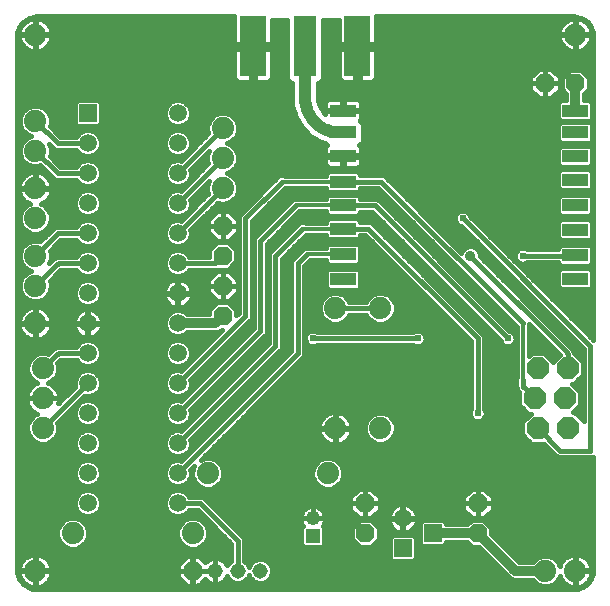
<source format=gtl>
G75*
%MOIN*%
%OFA0B0*%
%FSLAX24Y24*%
%IPPOS*%
%LPD*%
%AMOC8*
5,1,8,0,0,1.08239X$1,22.5*
%
%ADD10R,0.0860X0.0420*%
%ADD11C,0.0515*%
%ADD12OC8,0.0740*%
%ADD13C,0.0740*%
%ADD14R,0.0590X0.0590*%
%ADD15C,0.0590*%
%ADD16R,0.0480X0.0480*%
%ADD17C,0.0480*%
%ADD18OC8,0.0630*%
%ADD19R,0.0750X0.2000*%
%ADD20R,0.0900X0.2000*%
%ADD21C,0.0160*%
%ADD22C,0.0356*%
%ADD23C,0.0320*%
%ADD24C,0.0120*%
%ADD25C,0.0238*%
%ADD26C,0.0400*%
D10*
X011693Y011643D03*
X011693Y012481D03*
X011693Y013331D03*
X011693Y014118D03*
X011693Y014905D03*
X011693Y015755D03*
X011693Y016543D03*
X011693Y017268D03*
X019430Y017268D03*
X019430Y016543D03*
X019430Y015755D03*
X019430Y014968D03*
X019430Y014118D03*
X019430Y013293D03*
X019430Y012456D03*
X019430Y011668D03*
D11*
X008930Y001930D03*
X008180Y001930D03*
X007430Y001930D03*
D12*
X018080Y007680D03*
X018180Y006680D03*
X019180Y006680D03*
X019080Y007680D03*
X019180Y008680D03*
X018180Y008680D03*
D13*
X012930Y006680D03*
X011430Y006680D03*
X011180Y005180D03*
X007180Y005180D03*
X006680Y003180D03*
X002680Y003180D03*
X001430Y001930D03*
X001680Y006680D03*
X001680Y007680D03*
X001680Y008680D03*
X001430Y010180D03*
X001430Y011430D03*
X001430Y012430D03*
X001430Y013680D03*
X001430Y014680D03*
X001430Y015930D03*
X001430Y016930D03*
X001430Y019805D03*
X007680Y016680D03*
X007680Y015680D03*
X007680Y014680D03*
X011430Y010680D03*
X012930Y010680D03*
X018430Y001930D03*
X019430Y001930D03*
X010430Y019430D03*
X019430Y019805D03*
D14*
X014680Y003180D03*
X013680Y002680D03*
X003180Y017180D03*
D15*
X003180Y016180D03*
X003180Y015180D03*
X003180Y014180D03*
X003180Y013180D03*
X003180Y012180D03*
X003180Y011180D03*
X003180Y010180D03*
X003180Y009180D03*
X003180Y008180D03*
X003180Y007180D03*
X003180Y006180D03*
X003180Y005180D03*
X003180Y004180D03*
X006180Y004180D03*
X006180Y005180D03*
X006180Y006180D03*
X006180Y007180D03*
X006180Y008180D03*
X006180Y009180D03*
X006180Y010180D03*
X006180Y011180D03*
X006180Y012180D03*
X006180Y013180D03*
X006180Y014180D03*
X006180Y015180D03*
X006180Y016180D03*
X006180Y017180D03*
X013680Y003680D03*
D16*
X010680Y003090D03*
D17*
X010680Y003680D03*
D18*
X012430Y003180D03*
X012430Y004180D03*
X016180Y004180D03*
X016180Y003180D03*
X007680Y010430D03*
X007680Y011430D03*
X007680Y012430D03*
X007680Y013430D03*
X006680Y001930D03*
X018430Y018180D03*
X019430Y018180D03*
D19*
X010430Y019420D03*
D20*
X008690Y019420D03*
X012170Y019420D03*
D21*
X001010Y001510D02*
X001173Y001391D01*
X001366Y001328D01*
X001467Y001320D01*
X019385Y001320D01*
X019486Y001328D01*
X019679Y001391D01*
X019843Y001510D01*
X019962Y001673D01*
X020024Y001866D01*
X020032Y001967D01*
X020032Y005721D01*
X020021Y005710D01*
X018839Y005710D01*
X018710Y005839D01*
X018379Y006170D01*
X017969Y006170D01*
X017670Y006469D01*
X017670Y006891D01*
X017949Y007170D01*
X017869Y007170D01*
X017570Y007469D01*
X017570Y007879D01*
X017497Y007952D01*
X017497Y007975D01*
X017476Y008025D01*
X017460Y008041D01*
X017460Y008371D01*
X017480Y008391D01*
X017480Y010069D01*
X012863Y014685D01*
X012263Y014685D01*
X012263Y014637D01*
X012181Y014555D01*
X011205Y014555D01*
X011123Y014637D01*
X011123Y014705D01*
X009767Y014705D01*
X008650Y013589D01*
X008650Y010339D01*
X008521Y010210D01*
X006604Y008293D01*
X006615Y008267D01*
X006615Y008093D01*
X006549Y007934D01*
X006426Y007811D01*
X006267Y007745D01*
X006093Y007745D01*
X005934Y007811D01*
X005811Y007934D01*
X005745Y008093D01*
X005745Y008267D01*
X005811Y008426D01*
X005934Y008549D01*
X006093Y008615D01*
X006267Y008615D01*
X006293Y008604D01*
X007664Y009975D01*
X007649Y009975D01*
X007600Y009926D01*
X007490Y009880D01*
X006495Y009880D01*
X006426Y009811D01*
X006267Y009745D01*
X006093Y009745D01*
X005934Y009811D01*
X005811Y009934D01*
X005745Y010093D01*
X005745Y010267D01*
X005811Y010426D01*
X005934Y010549D01*
X006093Y010615D01*
X006267Y010615D01*
X006426Y010549D01*
X006495Y010480D01*
X007225Y010480D01*
X007225Y010618D01*
X007492Y010885D01*
X007868Y010885D01*
X008135Y010618D01*
X008135Y010446D01*
X008210Y010521D01*
X008210Y013771D01*
X009564Y015125D01*
X009747Y015125D01*
X009767Y015105D01*
X011123Y015105D01*
X011123Y015173D01*
X011205Y015255D01*
X012181Y015255D01*
X012263Y015173D01*
X012263Y015125D01*
X013046Y015125D01*
X015631Y012540D01*
X015660Y012610D01*
X015750Y012700D01*
X015867Y012748D01*
X015993Y012748D01*
X016110Y012700D01*
X016200Y012610D01*
X016248Y012493D01*
X016248Y012423D01*
X019363Y009308D01*
X019363Y009285D01*
X019384Y009235D01*
X019400Y009219D01*
X019400Y009181D01*
X019690Y008891D01*
X019690Y008469D01*
X019391Y008170D01*
X019311Y008170D01*
X019590Y007891D01*
X019590Y007469D01*
X019351Y007230D01*
X019408Y007230D01*
X019710Y006928D01*
X019710Y009339D01*
X015628Y013421D01*
X015533Y013460D01*
X015460Y013533D01*
X015421Y013628D01*
X015421Y013732D01*
X015460Y013827D01*
X015533Y013900D01*
X015628Y013939D01*
X015732Y013939D01*
X015827Y013900D01*
X015900Y013827D01*
X015939Y013732D01*
X020021Y009650D01*
X020032Y009639D01*
X020032Y019763D01*
X020024Y019864D01*
X019962Y020057D01*
X019843Y020220D01*
X019679Y020340D01*
X019486Y020402D01*
X019385Y020410D01*
X012800Y020410D01*
X012800Y019500D01*
X012250Y019500D01*
X012250Y019340D01*
X012800Y019340D01*
X012800Y018396D01*
X012788Y018351D01*
X012764Y018309D01*
X012731Y018276D01*
X012689Y018252D01*
X012644Y018240D01*
X012250Y018240D01*
X012250Y019340D01*
X012090Y019340D01*
X012090Y018240D01*
X011696Y018240D01*
X011651Y018252D01*
X011609Y018276D01*
X011576Y018309D01*
X011552Y018351D01*
X011540Y018396D01*
X011540Y019340D01*
X012090Y019340D01*
X012090Y019500D01*
X011540Y019500D01*
X011540Y020290D01*
X011035Y020290D01*
X011035Y018325D01*
X010900Y018190D01*
X010860Y018190D01*
X010860Y017680D01*
X010866Y017588D01*
X010914Y017409D01*
X011006Y017249D01*
X011083Y017172D01*
X011083Y017243D01*
X011668Y017243D01*
X011668Y017293D01*
X011668Y017658D01*
X011240Y017658D01*
X011194Y017645D01*
X011153Y017622D01*
X011119Y017588D01*
X011096Y017547D01*
X011083Y017501D01*
X011083Y017293D01*
X011668Y017293D01*
X011718Y017293D01*
X011718Y017658D01*
X012147Y017658D01*
X012193Y017645D01*
X012234Y017622D01*
X012267Y017588D01*
X012291Y017547D01*
X012303Y017501D01*
X012303Y017293D01*
X011718Y017293D01*
X011718Y017243D01*
X012303Y017243D01*
X012303Y017034D01*
X012291Y016988D01*
X012267Y016947D01*
X012261Y016941D01*
X012353Y016848D01*
X012353Y016237D01*
X012228Y016112D01*
X012234Y016109D01*
X012267Y016076D01*
X012291Y016035D01*
X012303Y015989D01*
X012303Y015780D01*
X011718Y015780D01*
X011718Y015730D01*
X011718Y015365D01*
X012147Y015365D01*
X012193Y015378D01*
X012234Y015401D01*
X012267Y015435D01*
X012291Y015476D01*
X012303Y015522D01*
X012303Y015730D01*
X011718Y015730D01*
X011668Y015730D01*
X011668Y015365D01*
X011240Y015365D01*
X011194Y015378D01*
X011153Y015401D01*
X011119Y015435D01*
X011096Y015476D01*
X011083Y015522D01*
X011083Y015730D01*
X011668Y015730D01*
X011668Y015780D01*
X011083Y015780D01*
X011083Y015989D01*
X011096Y016035D01*
X011119Y016076D01*
X011153Y016109D01*
X011158Y016112D01*
X011084Y016187D01*
X010962Y016220D01*
X010962Y016220D01*
X010605Y016426D01*
X010605Y016426D01*
X010313Y016718D01*
X010313Y016718D01*
X010107Y017075D01*
X010107Y017075D01*
X010000Y017474D01*
X010000Y018190D01*
X009960Y018190D01*
X009825Y018325D01*
X009825Y020290D01*
X009320Y020290D01*
X009320Y019500D01*
X008770Y019500D01*
X008770Y019340D01*
X009320Y019340D01*
X009320Y018396D01*
X009308Y018351D01*
X009284Y018309D01*
X009251Y018276D01*
X009209Y018252D01*
X009164Y018240D01*
X008770Y018240D01*
X008770Y019340D01*
X008610Y019340D01*
X008610Y018240D01*
X008216Y018240D01*
X008171Y018252D01*
X008129Y018276D01*
X008096Y018309D01*
X008072Y018351D01*
X008060Y018396D01*
X008060Y019340D01*
X008610Y019340D01*
X008610Y019500D01*
X008060Y019500D01*
X008060Y020410D01*
X001467Y020410D01*
X001366Y020402D01*
X001173Y020340D01*
X001010Y020220D01*
X000891Y020057D01*
X000828Y019864D01*
X000820Y019763D01*
X000820Y001967D01*
X000828Y001866D01*
X000891Y001673D01*
X001010Y001510D01*
X001027Y001497D02*
X001090Y001497D01*
X001072Y001510D02*
X001142Y001460D01*
X001219Y001420D01*
X001301Y001394D01*
X001387Y001380D01*
X001410Y001380D01*
X001410Y001910D01*
X000880Y001910D01*
X000880Y001887D01*
X000894Y001801D01*
X000920Y001719D01*
X000960Y001642D01*
X001010Y001572D01*
X001072Y001510D01*
X000953Y001656D02*
X000904Y001656D01*
X000892Y001814D02*
X000845Y001814D01*
X000880Y001950D02*
X001410Y001950D01*
X001410Y002480D01*
X001387Y002480D01*
X001301Y002466D01*
X001219Y002440D01*
X001142Y002400D01*
X001072Y002350D01*
X001010Y002288D01*
X000960Y002218D01*
X000920Y002141D01*
X000894Y002059D01*
X000880Y001973D01*
X000880Y001950D01*
X000880Y001973D02*
X000820Y001973D01*
X000820Y002131D02*
X000917Y002131D01*
X001012Y002290D02*
X000820Y002290D01*
X000820Y002448D02*
X001244Y002448D01*
X001410Y002448D02*
X001450Y002448D01*
X001450Y002480D02*
X001450Y001950D01*
X001410Y001950D01*
X001410Y001910D01*
X001450Y001910D01*
X001450Y001950D01*
X001980Y001950D01*
X001980Y001973D01*
X001966Y002059D01*
X001940Y002141D01*
X001900Y002218D01*
X001850Y002288D01*
X001788Y002350D01*
X001718Y002400D01*
X001641Y002440D01*
X001559Y002466D01*
X001473Y002480D01*
X001450Y002480D01*
X001616Y002448D02*
X007960Y002448D01*
X007960Y002290D02*
X007679Y002290D01*
X007659Y002304D02*
X007598Y002335D01*
X007532Y002357D01*
X007464Y002367D01*
X007430Y002367D01*
X007430Y001930D01*
X007430Y001930D01*
X007430Y002367D01*
X007396Y002367D01*
X007328Y002357D01*
X007262Y002335D01*
X007201Y002304D01*
X007145Y002264D01*
X007096Y002215D01*
X007096Y002214D01*
X006885Y002425D01*
X006690Y002425D01*
X006690Y001940D01*
X006670Y001940D01*
X006670Y002425D01*
X006475Y002425D01*
X006185Y002135D01*
X006185Y001940D01*
X006670Y001940D01*
X006670Y001920D01*
X006690Y001920D01*
X006690Y001940D01*
X006993Y001940D01*
X006993Y001930D01*
X006993Y001920D01*
X006690Y001920D01*
X006690Y001435D01*
X006885Y001435D01*
X007096Y001646D01*
X007096Y001645D01*
X007145Y001596D01*
X007201Y001556D01*
X007262Y001525D01*
X007328Y001503D01*
X007396Y001493D01*
X007430Y001493D01*
X007430Y001930D01*
X007430Y001493D01*
X007464Y001493D01*
X007532Y001503D01*
X007598Y001525D01*
X007659Y001556D01*
X007715Y001596D01*
X007764Y001645D01*
X007804Y001701D01*
X007827Y001745D01*
X007843Y001705D01*
X007955Y001593D01*
X008101Y001533D01*
X008259Y001533D01*
X008405Y001593D01*
X008517Y001705D01*
X008555Y001797D01*
X008593Y001705D01*
X008705Y001593D01*
X008851Y001533D01*
X009009Y001533D01*
X009155Y001593D01*
X009267Y001705D01*
X009327Y001851D01*
X009327Y002009D01*
X009267Y002155D01*
X009155Y002267D01*
X009009Y002327D01*
X008851Y002327D01*
X008705Y002267D01*
X008593Y002155D01*
X008555Y002063D01*
X008517Y002155D01*
X008405Y002267D01*
X008400Y002269D01*
X008400Y003021D01*
X007150Y004271D01*
X007021Y004400D01*
X006560Y004400D01*
X006549Y004426D01*
X006426Y004549D01*
X006267Y004615D01*
X006093Y004615D01*
X005934Y004549D01*
X005811Y004426D01*
X005745Y004267D01*
X005745Y004093D01*
X005811Y003934D01*
X005934Y003811D01*
X006093Y003745D01*
X006267Y003745D01*
X006426Y003811D01*
X006549Y003934D01*
X006560Y003960D01*
X006839Y003960D01*
X007960Y002839D01*
X007960Y002269D01*
X007955Y002267D01*
X007843Y002155D01*
X007827Y002115D01*
X007804Y002159D01*
X007764Y002215D01*
X007715Y002264D01*
X007659Y002304D01*
X007430Y002290D02*
X007430Y002290D01*
X007430Y002131D02*
X007430Y002131D01*
X007430Y001973D02*
X007430Y001973D01*
X007430Y001930D02*
X007430Y001930D01*
X007430Y001930D01*
X006993Y001930D01*
X007430Y001930D01*
X007430Y001814D02*
X007430Y001814D01*
X007430Y001656D02*
X007430Y001656D01*
X007430Y001497D02*
X007430Y001497D01*
X007493Y001497D02*
X018143Y001497D01*
X018141Y001498D02*
X018329Y001420D01*
X018531Y001420D01*
X018719Y001498D01*
X018862Y001641D01*
X018909Y001754D01*
X018920Y001719D01*
X018960Y001642D01*
X019010Y001572D01*
X019072Y001510D01*
X019142Y001460D01*
X019219Y001420D01*
X019301Y001394D01*
X019387Y001380D01*
X019410Y001380D01*
X019410Y001910D01*
X019450Y001910D01*
X019450Y001950D01*
X019410Y001950D01*
X019410Y002480D01*
X019387Y002480D01*
X019301Y002466D01*
X019219Y002440D01*
X019142Y002400D01*
X019072Y002350D01*
X019010Y002288D01*
X018960Y002218D01*
X018920Y002141D01*
X018909Y002106D01*
X018862Y002219D01*
X018719Y002362D01*
X018531Y002440D01*
X018329Y002440D01*
X018141Y002362D01*
X018009Y002230D01*
X017554Y002230D01*
X016635Y003149D01*
X016635Y003368D01*
X016368Y003635D01*
X015992Y003635D01*
X015837Y003480D01*
X015115Y003480D01*
X015115Y003533D01*
X015033Y003615D01*
X014327Y003615D01*
X014245Y003533D01*
X014245Y002827D01*
X014327Y002745D01*
X015033Y002745D01*
X015115Y002827D01*
X015115Y002880D01*
X015837Y002880D01*
X015992Y002725D01*
X016211Y002725D01*
X017260Y001676D01*
X017370Y001630D01*
X018009Y001630D01*
X018141Y001498D01*
X018717Y001497D02*
X019090Y001497D01*
X018953Y001656D02*
X018868Y001656D01*
X018899Y002131D02*
X018917Y002131D01*
X019012Y002290D02*
X018792Y002290D01*
X019244Y002448D02*
X017336Y002448D01*
X017178Y002607D02*
X020032Y002607D01*
X020032Y002765D02*
X017019Y002765D01*
X016861Y002924D02*
X020032Y002924D01*
X020032Y003082D02*
X016702Y003082D01*
X016635Y003241D02*
X020032Y003241D01*
X020032Y003399D02*
X016604Y003399D01*
X016446Y003558D02*
X020032Y003558D01*
X020032Y003716D02*
X016416Y003716D01*
X016385Y003685D02*
X016675Y003975D01*
X016675Y004180D01*
X016675Y004385D01*
X016385Y004675D01*
X016180Y004675D01*
X016180Y004180D01*
X016180Y004180D01*
X016675Y004180D01*
X016180Y004180D01*
X016180Y004180D01*
X016180Y004180D01*
X015685Y004180D01*
X015685Y004385D01*
X015975Y004675D01*
X016180Y004675D01*
X016180Y004180D01*
X016180Y003685D01*
X016385Y003685D01*
X016180Y003685D02*
X016180Y004180D01*
X016180Y004180D01*
X015685Y004180D01*
X015685Y003975D01*
X015975Y003685D01*
X016180Y003685D01*
X016180Y003716D02*
X016180Y003716D01*
X016180Y003875D02*
X016180Y003875D01*
X016180Y004033D02*
X016180Y004033D01*
X016180Y004192D02*
X016180Y004192D01*
X016180Y004350D02*
X016180Y004350D01*
X016180Y004509D02*
X016180Y004509D01*
X016180Y004667D02*
X016180Y004667D01*
X016393Y004667D02*
X020032Y004667D01*
X020032Y004509D02*
X016552Y004509D01*
X016675Y004350D02*
X020032Y004350D01*
X020032Y004192D02*
X016675Y004192D01*
X016675Y004033D02*
X020032Y004033D01*
X020032Y003875D02*
X016575Y003875D01*
X015944Y003716D02*
X014155Y003716D01*
X014155Y003717D02*
X014143Y003791D01*
X014120Y003862D01*
X014086Y003929D01*
X014042Y003989D01*
X013989Y004042D01*
X013929Y004086D01*
X013862Y004120D01*
X013791Y004143D01*
X013717Y004155D01*
X013698Y004155D01*
X013698Y003698D01*
X013662Y003698D01*
X013662Y004155D01*
X013643Y004155D01*
X013569Y004143D01*
X013498Y004120D01*
X013431Y004086D01*
X013371Y004042D01*
X013318Y003989D01*
X013274Y003929D01*
X013240Y003862D01*
X013217Y003791D01*
X013205Y003717D01*
X013205Y003698D01*
X013662Y003698D01*
X013662Y003662D01*
X013205Y003662D01*
X013205Y003643D01*
X013217Y003569D01*
X013240Y003498D01*
X013274Y003431D01*
X013318Y003371D01*
X013371Y003318D01*
X013431Y003274D01*
X013498Y003240D01*
X013569Y003217D01*
X013643Y003205D01*
X013662Y003205D01*
X013662Y003662D01*
X013698Y003662D01*
X013698Y003698D01*
X014155Y003698D01*
X014155Y003717D01*
X014155Y003662D02*
X013698Y003662D01*
X013698Y003205D01*
X013717Y003205D01*
X013791Y003217D01*
X013862Y003240D01*
X013929Y003274D01*
X013989Y003318D01*
X014042Y003371D01*
X014086Y003431D01*
X014120Y003498D01*
X014143Y003569D01*
X014155Y003643D01*
X014155Y003662D01*
X014140Y003558D02*
X014270Y003558D01*
X014245Y003399D02*
X014063Y003399D01*
X014245Y003241D02*
X013864Y003241D01*
X013698Y003241D02*
X013662Y003241D01*
X013662Y003399D02*
X013698Y003399D01*
X013698Y003558D02*
X013662Y003558D01*
X013662Y003716D02*
X013698Y003716D01*
X013698Y003875D02*
X013662Y003875D01*
X013662Y004033D02*
X013698Y004033D01*
X013999Y004033D02*
X015685Y004033D01*
X015685Y004192D02*
X012925Y004192D01*
X012925Y004180D02*
X012925Y004385D01*
X012635Y004675D01*
X012430Y004675D01*
X012430Y004180D01*
X012430Y004180D01*
X012925Y004180D01*
X012430Y004180D01*
X012430Y004180D01*
X012430Y004180D01*
X011935Y004180D01*
X011935Y004385D01*
X012225Y004675D01*
X012430Y004675D01*
X012430Y004180D01*
X012430Y003685D01*
X012635Y003685D01*
X012925Y003975D01*
X012925Y004180D01*
X012925Y004033D02*
X013361Y004033D01*
X013246Y003875D02*
X012825Y003875D01*
X012666Y003716D02*
X013205Y003716D01*
X013220Y003558D02*
X012696Y003558D01*
X012618Y003635D02*
X012242Y003635D01*
X011975Y003368D01*
X011975Y002992D01*
X012242Y002725D01*
X012618Y002725D01*
X012885Y002992D01*
X012885Y003368D01*
X012618Y003635D01*
X012430Y003685D02*
X012430Y004180D01*
X012430Y004180D01*
X011935Y004180D01*
X011935Y003975D01*
X012225Y003685D01*
X012430Y003685D01*
X012430Y003716D02*
X012430Y003716D01*
X012430Y003875D02*
X012430Y003875D01*
X012430Y004033D02*
X012430Y004033D01*
X012430Y004192D02*
X012430Y004192D01*
X012430Y004350D02*
X012430Y004350D01*
X012430Y004509D02*
X012430Y004509D01*
X012430Y004667D02*
X012430Y004667D01*
X012643Y004667D02*
X015967Y004667D01*
X015808Y004509D02*
X012802Y004509D01*
X012925Y004350D02*
X015685Y004350D01*
X015785Y003875D02*
X014114Y003875D01*
X014033Y003115D02*
X013327Y003115D01*
X013245Y003033D01*
X013245Y002327D01*
X013327Y002245D01*
X014033Y002245D01*
X014115Y002327D01*
X014115Y003033D01*
X014033Y003115D01*
X014066Y003082D02*
X014245Y003082D01*
X014245Y002924D02*
X014115Y002924D01*
X014115Y002765D02*
X014307Y002765D01*
X014115Y002607D02*
X016329Y002607D01*
X016488Y002448D02*
X014115Y002448D01*
X014077Y002290D02*
X016646Y002290D01*
X016805Y002131D02*
X009277Y002131D01*
X009327Y001973D02*
X016963Y001973D01*
X017122Y001814D02*
X009312Y001814D01*
X009218Y001656D02*
X017309Y001656D01*
X017495Y002290D02*
X018068Y002290D01*
X019410Y002290D02*
X019450Y002290D01*
X019450Y002448D02*
X019410Y002448D01*
X019450Y002480D02*
X019450Y001950D01*
X019980Y001950D01*
X019980Y001973D01*
X019966Y002059D01*
X019940Y002141D01*
X019900Y002218D01*
X019850Y002288D01*
X019788Y002350D01*
X019718Y002400D01*
X019641Y002440D01*
X019559Y002466D01*
X019473Y002480D01*
X019450Y002480D01*
X019616Y002448D02*
X020032Y002448D01*
X020032Y002290D02*
X019848Y002290D01*
X019943Y002131D02*
X020032Y002131D01*
X020032Y001973D02*
X019980Y001973D01*
X019980Y001910D02*
X019450Y001910D01*
X019450Y001380D01*
X019473Y001380D01*
X019559Y001394D01*
X019641Y001420D01*
X019718Y001460D01*
X019788Y001510D01*
X019850Y001572D01*
X019900Y001642D01*
X019940Y001719D01*
X019966Y001801D01*
X019980Y001887D01*
X019980Y001910D01*
X019968Y001814D02*
X020007Y001814D01*
X019948Y001656D02*
X019907Y001656D01*
X019825Y001497D02*
X019770Y001497D01*
X019518Y001339D02*
X001334Y001339D01*
X001450Y001380D02*
X001473Y001380D01*
X001559Y001394D01*
X001641Y001420D01*
X001718Y001460D01*
X001788Y001510D01*
X001850Y001572D01*
X001900Y001642D01*
X001940Y001719D01*
X001966Y001801D01*
X001980Y001887D01*
X001980Y001910D01*
X001450Y001910D01*
X001450Y001380D01*
X001450Y001497D02*
X001410Y001497D01*
X001410Y001656D02*
X001450Y001656D01*
X001450Y001814D02*
X001410Y001814D01*
X001410Y001973D02*
X001450Y001973D01*
X001450Y002131D02*
X001410Y002131D01*
X001410Y002290D02*
X001450Y002290D01*
X001848Y002290D02*
X006339Y002290D01*
X006185Y002131D02*
X001943Y002131D01*
X001980Y001973D02*
X006185Y001973D01*
X006185Y001920D02*
X006185Y001725D01*
X006475Y001435D01*
X006670Y001435D01*
X006670Y001920D01*
X006185Y001920D01*
X006185Y001814D02*
X001968Y001814D01*
X001907Y001656D02*
X006254Y001656D01*
X006413Y001497D02*
X001770Y001497D01*
X002391Y002748D02*
X002579Y002670D01*
X002781Y002670D01*
X002969Y002748D01*
X003112Y002891D01*
X003190Y003079D01*
X003190Y003281D01*
X003112Y003469D01*
X002969Y003612D01*
X002781Y003690D01*
X002579Y003690D01*
X002391Y003612D01*
X002248Y003469D01*
X002170Y003281D01*
X002170Y003079D01*
X002248Y002891D01*
X002391Y002748D01*
X002374Y002765D02*
X000820Y002765D01*
X000820Y002607D02*
X007960Y002607D01*
X007960Y002765D02*
X006986Y002765D01*
X006969Y002748D02*
X007112Y002891D01*
X007190Y003079D01*
X007190Y003281D01*
X007112Y003469D01*
X006969Y003612D01*
X006781Y003690D01*
X006579Y003690D01*
X006391Y003612D01*
X006248Y003469D01*
X006170Y003281D01*
X006170Y003079D01*
X006248Y002891D01*
X006391Y002748D01*
X006579Y002670D01*
X006781Y002670D01*
X006969Y002748D01*
X007126Y002924D02*
X007875Y002924D01*
X007717Y003082D02*
X007190Y003082D01*
X007190Y003241D02*
X007558Y003241D01*
X007400Y003399D02*
X007141Y003399D01*
X007241Y003558D02*
X007024Y003558D01*
X007083Y003716D02*
X000820Y003716D01*
X000820Y003558D02*
X002336Y003558D01*
X002219Y003399D02*
X000820Y003399D01*
X000820Y003241D02*
X002170Y003241D01*
X002170Y003082D02*
X000820Y003082D01*
X000820Y002924D02*
X002234Y002924D01*
X002986Y002765D02*
X006374Y002765D01*
X006234Y002924D02*
X003126Y002924D01*
X003190Y003082D02*
X006170Y003082D01*
X006170Y003241D02*
X003190Y003241D01*
X003141Y003399D02*
X006219Y003399D01*
X006336Y003558D02*
X003024Y003558D01*
X003093Y003745D02*
X002934Y003811D01*
X002811Y003934D01*
X002745Y004093D01*
X002745Y004267D01*
X002811Y004426D01*
X002934Y004549D01*
X003093Y004615D01*
X003267Y004615D01*
X003426Y004549D01*
X003549Y004426D01*
X003615Y004267D01*
X003615Y004093D01*
X003549Y003934D01*
X003426Y003811D01*
X003267Y003745D01*
X003093Y003745D01*
X002870Y003875D02*
X000820Y003875D01*
X000820Y004033D02*
X002770Y004033D01*
X002745Y004192D02*
X000820Y004192D01*
X000820Y004350D02*
X002780Y004350D01*
X002893Y004509D02*
X000820Y004509D01*
X000820Y004667D02*
X012217Y004667D01*
X012058Y004509D02*
X006467Y004509D01*
X006426Y004811D02*
X006267Y004745D01*
X006093Y004745D01*
X005934Y004811D01*
X005811Y004934D01*
X005745Y005093D01*
X005745Y005267D01*
X005811Y005426D01*
X005934Y005549D01*
X006093Y005615D01*
X006267Y005615D01*
X006293Y005604D01*
X009960Y009271D01*
X009960Y012271D01*
X010390Y012701D01*
X010572Y012701D01*
X010592Y012681D01*
X011123Y012681D01*
X011123Y012749D01*
X011205Y012831D01*
X012181Y012831D01*
X012263Y012749D01*
X012263Y012213D01*
X012181Y012131D01*
X011205Y012131D01*
X011123Y012213D01*
X011123Y012281D01*
X010592Y012281D01*
X010400Y012089D01*
X010400Y009089D01*
X010271Y008960D01*
X006946Y005635D01*
X007079Y005690D01*
X007281Y005690D01*
X007469Y005612D01*
X007612Y005469D01*
X007690Y005281D01*
X007690Y005079D01*
X007612Y004891D01*
X007469Y004748D01*
X007281Y004670D01*
X007079Y004670D01*
X006891Y004748D01*
X006748Y004891D01*
X006670Y005079D01*
X006670Y005281D01*
X006725Y005414D01*
X006604Y005293D01*
X006615Y005267D01*
X006615Y005093D01*
X006549Y004934D01*
X006426Y004811D01*
X006441Y004826D02*
X006813Y004826D01*
X006709Y004984D02*
X006570Y004984D01*
X006615Y005143D02*
X006670Y005143D01*
X006678Y005301D02*
X006612Y005301D01*
X006307Y005618D02*
X000820Y005618D01*
X000820Y005460D02*
X002844Y005460D01*
X002811Y005426D02*
X002745Y005267D01*
X002745Y005093D01*
X002811Y004934D01*
X002934Y004811D01*
X003093Y004745D01*
X003267Y004745D01*
X003426Y004811D01*
X003549Y004934D01*
X003615Y005093D01*
X003615Y005267D01*
X003549Y005426D01*
X003426Y005549D01*
X003267Y005615D01*
X003093Y005615D01*
X002934Y005549D01*
X002811Y005426D01*
X002759Y005301D02*
X000820Y005301D01*
X000820Y005143D02*
X002745Y005143D01*
X002790Y004984D02*
X000820Y004984D01*
X000820Y004826D02*
X002919Y004826D01*
X003441Y004826D02*
X005919Y004826D01*
X005790Y004984D02*
X003570Y004984D01*
X003615Y005143D02*
X005745Y005143D01*
X005759Y005301D02*
X003601Y005301D01*
X003516Y005460D02*
X005844Y005460D01*
X006017Y005777D02*
X003343Y005777D01*
X003267Y005745D02*
X003426Y005811D01*
X003549Y005934D01*
X003615Y006093D01*
X003615Y006267D01*
X003549Y006426D01*
X003426Y006549D01*
X003267Y006615D01*
X003093Y006615D01*
X002934Y006549D01*
X002811Y006426D01*
X002745Y006267D01*
X002745Y006093D01*
X002811Y005934D01*
X002934Y005811D01*
X003093Y005745D01*
X003267Y005745D01*
X003017Y005777D02*
X000820Y005777D01*
X000820Y005935D02*
X002811Y005935D01*
X002745Y006094D02*
X000820Y006094D01*
X000820Y006252D02*
X001387Y006252D01*
X001391Y006248D02*
X001579Y006170D01*
X001781Y006170D01*
X001969Y006248D01*
X002112Y006391D01*
X002190Y006579D01*
X002190Y006781D01*
X002161Y006850D01*
X003067Y007756D01*
X003093Y007745D01*
X003267Y007745D01*
X003426Y007811D01*
X003549Y007934D01*
X003615Y008093D01*
X003615Y008267D01*
X003549Y008426D01*
X003426Y008549D01*
X003267Y008615D01*
X003093Y008615D01*
X002934Y008549D01*
X002811Y008426D01*
X002745Y008267D01*
X002745Y008093D01*
X002756Y008067D01*
X002205Y007516D01*
X002216Y007551D01*
X002230Y007637D01*
X002230Y007680D01*
X002230Y007723D01*
X002216Y007809D01*
X002190Y007891D01*
X002150Y007968D01*
X002100Y008038D01*
X002038Y008100D01*
X001968Y008150D01*
X001891Y008190D01*
X001856Y008201D01*
X001969Y008248D01*
X002112Y008391D01*
X002190Y008579D01*
X002190Y008781D01*
X002161Y008850D01*
X002271Y008960D01*
X002800Y008960D01*
X002811Y008934D01*
X002934Y008811D01*
X003093Y008745D01*
X003267Y008745D01*
X003426Y008811D01*
X003549Y008934D01*
X003615Y009093D01*
X003615Y009267D01*
X003549Y009426D01*
X003426Y009549D01*
X003267Y009615D01*
X003093Y009615D01*
X002934Y009549D01*
X002811Y009426D01*
X002800Y009400D01*
X002141Y009400D01*
X002125Y009384D01*
X002075Y009363D01*
X002052Y009363D01*
X001850Y009161D01*
X001781Y009190D01*
X001579Y009190D01*
X001391Y009112D01*
X001248Y008969D01*
X001170Y008781D01*
X001170Y008579D01*
X001248Y008391D01*
X001391Y008248D01*
X001504Y008201D01*
X001469Y008190D01*
X001392Y008150D01*
X001322Y008100D01*
X001260Y008038D01*
X001210Y007968D01*
X001170Y007891D01*
X001144Y007809D01*
X001130Y007723D01*
X001130Y007680D01*
X001680Y007680D01*
X002230Y007680D01*
X001680Y007680D01*
X001680Y007680D01*
X001680Y007680D01*
X001130Y007680D01*
X001130Y007637D01*
X001144Y007551D01*
X001170Y007469D01*
X001210Y007392D01*
X001260Y007322D01*
X001322Y007260D01*
X001392Y007210D01*
X001469Y007170D01*
X001504Y007159D01*
X001391Y007112D01*
X001248Y006969D01*
X001170Y006781D01*
X001170Y006579D01*
X001248Y006391D01*
X001391Y006248D01*
X001240Y006411D02*
X000820Y006411D01*
X000820Y006569D02*
X001174Y006569D01*
X001170Y006728D02*
X000820Y006728D01*
X000820Y006886D02*
X001213Y006886D01*
X001323Y007045D02*
X000820Y007045D01*
X000820Y007203D02*
X001405Y007203D01*
X001232Y007362D02*
X000820Y007362D01*
X000820Y007520D02*
X001154Y007520D01*
X001130Y007679D02*
X000820Y007679D01*
X000820Y007837D02*
X001153Y007837D01*
X001229Y007996D02*
X000820Y007996D01*
X000820Y008154D02*
X001399Y008154D01*
X001326Y008313D02*
X000820Y008313D01*
X000820Y008471D02*
X001215Y008471D01*
X001170Y008630D02*
X000820Y008630D01*
X000820Y008788D02*
X001173Y008788D01*
X001238Y008947D02*
X000820Y008947D01*
X000820Y009105D02*
X001384Y009105D01*
X001680Y008680D02*
X002143Y009143D01*
X002232Y009180D02*
X003180Y009180D01*
X003370Y008788D02*
X005990Y008788D01*
X005934Y008811D02*
X006093Y008745D01*
X006267Y008745D01*
X006426Y008811D01*
X006549Y008934D01*
X006615Y009093D01*
X006615Y009267D01*
X006549Y009426D01*
X006426Y009549D01*
X006267Y009615D01*
X006093Y009615D01*
X005934Y009549D01*
X005811Y009426D01*
X005745Y009267D01*
X005745Y009093D01*
X005811Y008934D01*
X005934Y008811D01*
X005806Y008947D02*
X003554Y008947D01*
X003615Y009105D02*
X005745Y009105D01*
X005745Y009264D02*
X003615Y009264D01*
X003551Y009422D02*
X005809Y009422D01*
X006010Y009581D02*
X003350Y009581D01*
X003291Y009717D02*
X003217Y009705D01*
X003198Y009705D01*
X003198Y010162D01*
X003198Y010198D01*
X003655Y010198D01*
X003655Y010217D01*
X003643Y010291D01*
X003620Y010362D01*
X003586Y010429D01*
X003542Y010489D01*
X003489Y010542D01*
X003429Y010586D01*
X003362Y010620D01*
X003291Y010643D01*
X003217Y010655D01*
X003198Y010655D01*
X003198Y010198D01*
X003162Y010198D01*
X003162Y010655D01*
X003143Y010655D01*
X003069Y010643D01*
X002998Y010620D01*
X002931Y010586D01*
X002871Y010542D01*
X002818Y010489D01*
X002774Y010429D01*
X002740Y010362D01*
X002717Y010291D01*
X002705Y010217D01*
X002705Y010198D01*
X003162Y010198D01*
X003162Y010162D01*
X003198Y010162D01*
X003655Y010162D01*
X003655Y010143D01*
X003643Y010069D01*
X003620Y009998D01*
X003586Y009931D01*
X003542Y009871D01*
X003489Y009818D01*
X003429Y009774D01*
X003362Y009740D01*
X003291Y009717D01*
X003360Y009739D02*
X007428Y009739D01*
X007532Y009898D02*
X007586Y009898D01*
X007892Y009581D02*
X008269Y009581D01*
X008428Y009739D02*
X008050Y009739D01*
X008209Y009898D02*
X008586Y009898D01*
X008710Y010021D02*
X006293Y007604D01*
X006267Y007615D01*
X006093Y007615D01*
X005934Y007549D01*
X005811Y007426D01*
X005745Y007267D01*
X005745Y007093D01*
X005811Y006934D01*
X005934Y006811D01*
X006093Y006745D01*
X006267Y006745D01*
X006426Y006811D01*
X006549Y006934D01*
X006615Y007093D01*
X006615Y007267D01*
X006604Y007293D01*
X009021Y009710D01*
X009150Y009839D01*
X009150Y012839D01*
X010229Y013918D01*
X011123Y013918D01*
X011123Y013850D01*
X011205Y013768D01*
X012181Y013768D01*
X012263Y013850D01*
X012263Y013898D01*
X012651Y013898D01*
X016921Y009628D01*
X016960Y009533D01*
X017033Y009460D01*
X017128Y009421D01*
X017232Y009421D01*
X017327Y009460D01*
X017400Y009533D01*
X017439Y009628D01*
X017439Y009732D01*
X017400Y009827D01*
X017327Y009900D01*
X017232Y009939D01*
X012962Y014209D01*
X012833Y014338D01*
X012263Y014338D01*
X012263Y014386D01*
X012181Y014468D01*
X011205Y014468D01*
X011123Y014386D01*
X011123Y014318D01*
X010229Y014318D01*
X010209Y014338D01*
X010027Y014338D01*
X008710Y013021D01*
X008710Y010021D01*
X008710Y010056D02*
X008367Y010056D01*
X008526Y010215D02*
X008710Y010215D01*
X008710Y010373D02*
X008650Y010373D01*
X008650Y010532D02*
X008710Y010532D01*
X008710Y010690D02*
X008650Y010690D01*
X008650Y010849D02*
X008710Y010849D01*
X008710Y011007D02*
X008650Y011007D01*
X008650Y011166D02*
X008710Y011166D01*
X008710Y011324D02*
X008650Y011324D01*
X008650Y011483D02*
X008710Y011483D01*
X008710Y011641D02*
X008650Y011641D01*
X008650Y011800D02*
X008710Y011800D01*
X008710Y011958D02*
X008650Y011958D01*
X008650Y012117D02*
X008710Y012117D01*
X008710Y012275D02*
X008650Y012275D01*
X008650Y012434D02*
X008710Y012434D01*
X008710Y012592D02*
X008650Y012592D01*
X008650Y012751D02*
X008710Y012751D01*
X008710Y012909D02*
X008650Y012909D01*
X008650Y013068D02*
X008756Y013068D01*
X008650Y013226D02*
X008915Y013226D01*
X009073Y013385D02*
X008650Y013385D01*
X008650Y013543D02*
X009232Y013543D01*
X009390Y013702D02*
X008763Y013702D01*
X008921Y013860D02*
X009549Y013860D01*
X009707Y014019D02*
X009080Y014019D01*
X009238Y014177D02*
X009866Y014177D01*
X010024Y014336D02*
X009397Y014336D01*
X009555Y014494D02*
X013055Y014494D01*
X013213Y014336D02*
X012836Y014336D01*
X012994Y014177D02*
X013372Y014177D01*
X013530Y014019D02*
X013153Y014019D01*
X013311Y013860D02*
X013689Y013860D01*
X013847Y013702D02*
X013470Y013702D01*
X013628Y013543D02*
X014006Y013543D01*
X014164Y013385D02*
X013787Y013385D01*
X013945Y013226D02*
X014323Y013226D01*
X014481Y013068D02*
X014104Y013068D01*
X014262Y012909D02*
X014640Y012909D01*
X014798Y012751D02*
X014421Y012751D01*
X014579Y012592D02*
X014957Y012592D01*
X015115Y012434D02*
X014738Y012434D01*
X014896Y012275D02*
X015274Y012275D01*
X015432Y012117D02*
X015055Y012117D01*
X015213Y011958D02*
X015591Y011958D01*
X015749Y011800D02*
X015372Y011800D01*
X015530Y011641D02*
X015908Y011641D01*
X016066Y011483D02*
X015689Y011483D01*
X015847Y011324D02*
X016225Y011324D01*
X016383Y011166D02*
X016006Y011166D01*
X016164Y011007D02*
X016542Y011007D01*
X016700Y010849D02*
X016323Y010849D01*
X016481Y010690D02*
X016859Y010690D01*
X017017Y010532D02*
X016640Y010532D01*
X016798Y010373D02*
X017176Y010373D01*
X017334Y010215D02*
X016957Y010215D01*
X017115Y010056D02*
X017480Y010056D01*
X017480Y009898D02*
X017329Y009898D01*
X017436Y009739D02*
X017480Y009739D01*
X017480Y009581D02*
X017419Y009581D01*
X017480Y009422D02*
X017234Y009422D01*
X017126Y009422D02*
X016400Y009422D01*
X016400Y009264D02*
X017480Y009264D01*
X017480Y009105D02*
X016400Y009105D01*
X016400Y008947D02*
X017480Y008947D01*
X017480Y008788D02*
X016400Y008788D01*
X016400Y008630D02*
X017480Y008630D01*
X017480Y008471D02*
X016400Y008471D01*
X016400Y008313D02*
X017460Y008313D01*
X017460Y008154D02*
X016400Y008154D01*
X016400Y007996D02*
X017488Y007996D01*
X017570Y007837D02*
X016400Y007837D01*
X016400Y007679D02*
X017570Y007679D01*
X017570Y007520D02*
X016400Y007520D01*
X016400Y007362D02*
X017677Y007362D01*
X017836Y007203D02*
X016439Y007203D01*
X016439Y007232D02*
X016400Y007326D01*
X016400Y009771D01*
X012749Y013422D01*
X012621Y013551D01*
X012263Y013551D01*
X012263Y013599D01*
X012181Y013681D01*
X011205Y013681D01*
X011123Y013599D01*
X011123Y013531D01*
X010442Y013531D01*
X010422Y013551D01*
X010239Y013551D01*
X009210Y012521D01*
X009210Y009521D01*
X006293Y006604D01*
X006267Y006615D01*
X006093Y006615D01*
X005934Y006549D01*
X005811Y006426D01*
X005745Y006267D01*
X005745Y006093D01*
X005811Y005934D01*
X005934Y005811D01*
X006093Y005745D01*
X006267Y005745D01*
X006426Y005811D01*
X006549Y005934D01*
X006615Y006093D01*
X006615Y006267D01*
X006604Y006293D01*
X009521Y009210D01*
X009650Y009339D01*
X009650Y012339D01*
X010442Y013131D01*
X011123Y013131D01*
X011123Y013063D01*
X011205Y012981D01*
X012181Y012981D01*
X012263Y013063D01*
X012263Y013111D01*
X012438Y013111D01*
X015960Y009589D01*
X015960Y007326D01*
X015921Y007232D01*
X015921Y007128D01*
X015960Y007033D01*
X016033Y006960D01*
X016128Y006921D01*
X016232Y006921D01*
X016327Y006960D01*
X016400Y007033D01*
X016439Y007128D01*
X016439Y007232D01*
X016404Y007045D02*
X017823Y007045D01*
X017670Y006886D02*
X013397Y006886D01*
X013362Y006969D02*
X013219Y007112D01*
X013031Y007190D01*
X012829Y007190D01*
X012641Y007112D01*
X012498Y006969D01*
X012420Y006781D01*
X012420Y006579D01*
X012498Y006391D01*
X012641Y006248D01*
X012829Y006170D01*
X013031Y006170D01*
X013219Y006248D01*
X013362Y006391D01*
X013440Y006579D01*
X013440Y006781D01*
X013362Y006969D01*
X013287Y007045D02*
X015956Y007045D01*
X015921Y007203D02*
X011600Y007203D01*
X011641Y007190D02*
X011559Y007216D01*
X011473Y007230D01*
X011439Y007230D01*
X011439Y006689D01*
X011421Y006689D01*
X011421Y007230D01*
X011387Y007230D01*
X011301Y007216D01*
X011219Y007190D01*
X011142Y007150D01*
X011072Y007100D01*
X011010Y007038D01*
X010960Y006968D01*
X010920Y006891D01*
X010894Y006809D01*
X010880Y006723D01*
X010880Y006689D01*
X011421Y006689D01*
X011421Y006671D01*
X010880Y006671D01*
X010880Y006637D01*
X010894Y006551D01*
X010920Y006469D01*
X010960Y006392D01*
X011010Y006322D01*
X011072Y006260D01*
X011142Y006210D01*
X011219Y006170D01*
X011301Y006144D01*
X011387Y006130D01*
X011421Y006130D01*
X011421Y006671D01*
X011439Y006671D01*
X011439Y006689D01*
X011980Y006689D01*
X011980Y006723D01*
X011966Y006809D01*
X011940Y006891D01*
X011900Y006968D01*
X011850Y007038D01*
X011788Y007100D01*
X011718Y007150D01*
X011641Y007190D01*
X011439Y007203D02*
X011421Y007203D01*
X011421Y007045D02*
X011439Y007045D01*
X011439Y006886D02*
X011421Y006886D01*
X011421Y006728D02*
X011439Y006728D01*
X011439Y006671D02*
X011980Y006671D01*
X011980Y006637D01*
X011966Y006551D01*
X011940Y006469D01*
X011900Y006392D01*
X011850Y006322D01*
X011788Y006260D01*
X011718Y006210D01*
X011641Y006170D01*
X011559Y006144D01*
X011473Y006130D01*
X011439Y006130D01*
X011439Y006671D01*
X011439Y006569D02*
X011421Y006569D01*
X011421Y006411D02*
X011439Y006411D01*
X011439Y006252D02*
X011421Y006252D01*
X011083Y006252D02*
X007563Y006252D01*
X007405Y006094D02*
X018455Y006094D01*
X018614Y005935D02*
X007246Y005935D01*
X007088Y005777D02*
X018772Y005777D01*
X018930Y005930D02*
X019930Y005930D01*
X019930Y009430D01*
X015680Y013680D01*
X015494Y013860D02*
X014311Y013860D01*
X014153Y014019D02*
X018860Y014019D01*
X018860Y014177D02*
X013994Y014177D01*
X013836Y014336D02*
X018860Y014336D01*
X018860Y014386D02*
X018942Y014468D01*
X019918Y014468D01*
X020000Y014386D01*
X020000Y013850D01*
X019918Y013768D01*
X018942Y013768D01*
X018860Y013850D01*
X018860Y014386D01*
X018942Y014618D02*
X019918Y014618D01*
X020000Y014700D01*
X020000Y015236D01*
X019918Y015318D01*
X018942Y015318D01*
X018860Y015236D01*
X018860Y014700D01*
X018942Y014618D01*
X018907Y014653D02*
X013519Y014653D01*
X013360Y014811D02*
X018860Y014811D01*
X018860Y014970D02*
X013202Y014970D01*
X012955Y014905D02*
X017680Y010180D01*
X017900Y010149D02*
X018914Y009135D01*
X018680Y008901D01*
X018391Y009190D01*
X017969Y009190D01*
X017880Y009101D01*
X017880Y010069D01*
X017900Y010089D01*
X017900Y010149D01*
X017880Y010056D02*
X017993Y010056D01*
X017880Y009898D02*
X018151Y009898D01*
X018310Y009739D02*
X017880Y009739D01*
X017880Y009581D02*
X018468Y009581D01*
X018627Y009422D02*
X017880Y009422D01*
X017880Y009264D02*
X018785Y009264D01*
X018884Y009105D02*
X018476Y009105D01*
X018635Y008947D02*
X018725Y008947D01*
X019180Y009128D02*
X019178Y009148D01*
X019174Y009167D01*
X019166Y009185D01*
X019156Y009201D01*
X019143Y009216D01*
X019143Y009217D02*
X015930Y012430D01*
X015653Y012592D02*
X015579Y012592D01*
X015421Y012751D02*
X016298Y012751D01*
X016207Y012592D02*
X016457Y012592D01*
X016615Y012434D02*
X016248Y012434D01*
X016396Y012275D02*
X016774Y012275D01*
X016932Y012117D02*
X016555Y012117D01*
X016713Y011958D02*
X017091Y011958D01*
X017249Y011800D02*
X016872Y011800D01*
X017030Y011641D02*
X017408Y011641D01*
X017566Y011483D02*
X017189Y011483D01*
X017347Y011324D02*
X017725Y011324D01*
X017883Y011166D02*
X017506Y011166D01*
X017664Y011007D02*
X018042Y011007D01*
X018200Y010849D02*
X017823Y010849D01*
X017981Y010690D02*
X018359Y010690D01*
X018517Y010532D02*
X018140Y010532D01*
X018298Y010373D02*
X018676Y010373D01*
X018834Y010215D02*
X018457Y010215D01*
X018615Y010056D02*
X018993Y010056D01*
X019151Y009898D02*
X018774Y009898D01*
X018932Y009739D02*
X019310Y009739D01*
X019468Y009581D02*
X019091Y009581D01*
X019249Y009422D02*
X019627Y009422D01*
X019710Y009264D02*
X019372Y009264D01*
X019476Y009105D02*
X019710Y009105D01*
X019710Y008947D02*
X019635Y008947D01*
X019690Y008788D02*
X019710Y008788D01*
X019710Y008630D02*
X019690Y008630D01*
X019690Y008471D02*
X019710Y008471D01*
X019710Y008313D02*
X019534Y008313D01*
X019710Y008154D02*
X019327Y008154D01*
X019486Y007996D02*
X019710Y007996D01*
X019710Y007837D02*
X019590Y007837D01*
X019590Y007679D02*
X019710Y007679D01*
X019710Y007520D02*
X019590Y007520D01*
X019483Y007362D02*
X019710Y007362D01*
X019710Y007203D02*
X019435Y007203D01*
X019593Y007045D02*
X019710Y007045D01*
X018930Y005930D02*
X018180Y006680D01*
X017887Y006252D02*
X013223Y006252D01*
X013370Y006411D02*
X017728Y006411D01*
X017670Y006569D02*
X013436Y006569D01*
X013440Y006728D02*
X017670Y006728D01*
X018080Y007680D02*
X017717Y008043D01*
X017680Y008132D02*
X017680Y008280D01*
X017680Y008132D02*
X017682Y008112D01*
X017686Y008093D01*
X017694Y008075D01*
X017704Y008059D01*
X017717Y008044D01*
X017880Y009105D02*
X017884Y009105D01*
X017180Y009680D02*
X012742Y014118D01*
X011693Y014118D01*
X011123Y014336D02*
X010212Y014336D01*
X010118Y014118D02*
X008930Y012930D01*
X008930Y009930D01*
X006180Y007180D01*
X005784Y007362D02*
X003576Y007362D01*
X003549Y007426D02*
X003426Y007549D01*
X003267Y007615D01*
X003093Y007615D01*
X002934Y007549D01*
X002811Y007426D01*
X002745Y007267D01*
X002745Y007093D01*
X002811Y006934D01*
X002934Y006811D01*
X003093Y006745D01*
X003267Y006745D01*
X003426Y006811D01*
X003549Y006934D01*
X003615Y007093D01*
X003615Y007267D01*
X003549Y007426D01*
X003455Y007520D02*
X005905Y007520D01*
X005745Y007203D02*
X003615Y007203D01*
X003595Y007045D02*
X005765Y007045D01*
X005859Y006886D02*
X003501Y006886D01*
X003378Y006569D02*
X005982Y006569D01*
X005805Y006411D02*
X003555Y006411D01*
X003615Y006252D02*
X005745Y006252D01*
X005745Y006094D02*
X003615Y006094D01*
X003549Y005935D02*
X005811Y005935D01*
X006180Y006180D02*
X009430Y009430D01*
X009430Y012430D01*
X010331Y013331D01*
X010429Y013543D02*
X011123Y013543D01*
X011123Y013860D02*
X010171Y013860D01*
X010013Y013702D02*
X012847Y013702D01*
X012689Y013860D02*
X012263Y013860D01*
X012628Y013543D02*
X013006Y013543D01*
X013164Y013385D02*
X012787Y013385D01*
X012945Y013226D02*
X013323Y013226D01*
X013481Y013068D02*
X013104Y013068D01*
X013262Y012909D02*
X013640Y012909D01*
X013798Y012751D02*
X013421Y012751D01*
X013579Y012592D02*
X013957Y012592D01*
X014115Y012434D02*
X013738Y012434D01*
X013896Y012275D02*
X014274Y012275D01*
X014432Y012117D02*
X014055Y012117D01*
X014213Y011958D02*
X014591Y011958D01*
X014749Y011800D02*
X014372Y011800D01*
X014530Y011641D02*
X014908Y011641D01*
X015066Y011483D02*
X014689Y011483D01*
X014847Y011324D02*
X015225Y011324D01*
X015383Y011166D02*
X015006Y011166D01*
X015164Y011007D02*
X015542Y011007D01*
X015700Y010849D02*
X015323Y010849D01*
X015481Y010690D02*
X015859Y010690D01*
X016017Y010532D02*
X015640Y010532D01*
X015798Y010373D02*
X016176Y010373D01*
X016334Y010215D02*
X015957Y010215D01*
X016115Y010056D02*
X016493Y010056D01*
X016651Y009898D02*
X016274Y009898D01*
X016400Y009739D02*
X016810Y009739D01*
X016941Y009581D02*
X016400Y009581D01*
X016180Y009680D02*
X012529Y013331D01*
X011693Y013331D01*
X011123Y013068D02*
X010379Y013068D01*
X010220Y012909D02*
X012640Y012909D01*
X012798Y012751D02*
X012261Y012751D01*
X012263Y012592D02*
X012957Y012592D01*
X013115Y012434D02*
X012263Y012434D01*
X012263Y012275D02*
X013274Y012275D01*
X013432Y012117D02*
X010428Y012117D01*
X010400Y011958D02*
X011170Y011958D01*
X011205Y011993D02*
X011123Y011911D01*
X011123Y011375D01*
X011205Y011293D01*
X012181Y011293D01*
X012263Y011375D01*
X012263Y011911D01*
X012181Y011993D01*
X011205Y011993D01*
X011123Y011800D02*
X010400Y011800D01*
X010400Y011641D02*
X011123Y011641D01*
X011123Y011483D02*
X010400Y011483D01*
X010400Y011324D02*
X011174Y011324D01*
X011269Y011166D02*
X010400Y011166D01*
X010400Y011007D02*
X011036Y011007D01*
X010998Y010969D02*
X010920Y010781D01*
X010920Y010579D01*
X010998Y010391D01*
X011141Y010248D01*
X011329Y010170D01*
X011531Y010170D01*
X011719Y010248D01*
X011862Y010391D01*
X011891Y010460D01*
X012469Y010460D01*
X012498Y010391D01*
X012641Y010248D01*
X012829Y010170D01*
X013031Y010170D01*
X013219Y010248D01*
X013362Y010391D01*
X013440Y010579D01*
X013440Y010781D01*
X013362Y010969D01*
X013219Y011112D01*
X013031Y011190D01*
X012829Y011190D01*
X012641Y011112D01*
X012498Y010969D01*
X012469Y010900D01*
X011891Y010900D01*
X011862Y010969D01*
X011719Y011112D01*
X011531Y011190D01*
X011329Y011190D01*
X011141Y011112D01*
X010998Y010969D01*
X010948Y010849D02*
X010400Y010849D01*
X010400Y010690D02*
X010920Y010690D01*
X010939Y010532D02*
X010400Y010532D01*
X010400Y010373D02*
X011016Y010373D01*
X011221Y010215D02*
X010400Y010215D01*
X010400Y010056D02*
X015493Y010056D01*
X015651Y009898D02*
X014329Y009898D01*
X014327Y009900D02*
X014232Y009939D01*
X014128Y009939D01*
X014034Y009900D01*
X010826Y009900D01*
X010732Y009939D01*
X010628Y009939D01*
X010533Y009900D01*
X010460Y009827D01*
X010421Y009732D01*
X010421Y009628D01*
X010460Y009533D01*
X010533Y009460D01*
X010628Y009421D01*
X010732Y009421D01*
X010826Y009460D01*
X014034Y009460D01*
X014128Y009421D01*
X014232Y009421D01*
X014327Y009460D01*
X014400Y009533D01*
X014439Y009628D01*
X014439Y009732D01*
X014400Y009827D01*
X014327Y009900D01*
X014436Y009739D02*
X015810Y009739D01*
X015960Y009581D02*
X014419Y009581D01*
X014234Y009422D02*
X015960Y009422D01*
X015960Y009264D02*
X010400Y009264D01*
X010400Y009422D02*
X010626Y009422D01*
X010734Y009422D02*
X014126Y009422D01*
X014180Y009680D02*
X010680Y009680D01*
X010531Y009898D02*
X010400Y009898D01*
X010400Y009739D02*
X010424Y009739D01*
X010441Y009581D02*
X010400Y009581D01*
X009960Y009581D02*
X009650Y009581D01*
X009650Y009739D02*
X009960Y009739D01*
X009960Y009898D02*
X009650Y009898D01*
X009650Y010056D02*
X009960Y010056D01*
X009960Y010215D02*
X009650Y010215D01*
X009650Y010373D02*
X009960Y010373D01*
X009960Y010532D02*
X009650Y010532D01*
X009650Y010690D02*
X009960Y010690D01*
X009960Y010849D02*
X009650Y010849D01*
X009650Y011007D02*
X009960Y011007D01*
X009960Y011166D02*
X009650Y011166D01*
X009650Y011324D02*
X009960Y011324D01*
X009960Y011483D02*
X009650Y011483D01*
X009650Y011641D02*
X009960Y011641D01*
X009960Y011800D02*
X009650Y011800D01*
X009650Y011958D02*
X009960Y011958D01*
X009960Y012117D02*
X009650Y012117D01*
X009650Y012275D02*
X009964Y012275D01*
X010122Y012434D02*
X009745Y012434D01*
X009903Y012592D02*
X010281Y012592D01*
X010481Y012481D02*
X010180Y012180D01*
X010180Y009180D01*
X006180Y005180D01*
X006343Y005777D02*
X006465Y005777D01*
X006549Y005935D02*
X006624Y005935D01*
X006615Y006094D02*
X006782Y006094D01*
X006941Y006252D02*
X006615Y006252D01*
X006722Y006411D02*
X007099Y006411D01*
X007258Y006569D02*
X006880Y006569D01*
X007039Y006728D02*
X007416Y006728D01*
X007575Y006886D02*
X007197Y006886D01*
X007356Y007045D02*
X007733Y007045D01*
X007892Y007203D02*
X007514Y007203D01*
X007673Y007362D02*
X008050Y007362D01*
X008209Y007520D02*
X007831Y007520D01*
X007990Y007679D02*
X008367Y007679D01*
X008526Y007837D02*
X008148Y007837D01*
X008307Y007996D02*
X008684Y007996D01*
X008843Y008154D02*
X008465Y008154D01*
X008624Y008313D02*
X009001Y008313D01*
X009160Y008471D02*
X008782Y008471D01*
X008941Y008630D02*
X009318Y008630D01*
X009477Y008788D02*
X009099Y008788D01*
X009258Y008947D02*
X009635Y008947D01*
X009794Y009105D02*
X009416Y009105D01*
X009575Y009264D02*
X009952Y009264D01*
X009960Y009422D02*
X009650Y009422D01*
X009210Y009581D02*
X008892Y009581D01*
X009050Y009739D02*
X009210Y009739D01*
X009210Y009898D02*
X009150Y009898D01*
X009150Y010056D02*
X009210Y010056D01*
X009210Y010215D02*
X009150Y010215D01*
X009150Y010373D02*
X009210Y010373D01*
X009210Y010532D02*
X009150Y010532D01*
X009150Y010690D02*
X009210Y010690D01*
X009210Y010849D02*
X009150Y010849D01*
X009150Y011007D02*
X009210Y011007D01*
X009210Y011166D02*
X009150Y011166D01*
X009150Y011324D02*
X009210Y011324D01*
X009210Y011483D02*
X009150Y011483D01*
X009150Y011641D02*
X009210Y011641D01*
X009210Y011800D02*
X009150Y011800D01*
X009150Y011958D02*
X009210Y011958D01*
X009210Y012117D02*
X009150Y012117D01*
X009150Y012275D02*
X009210Y012275D01*
X009210Y012434D02*
X009150Y012434D01*
X009150Y012592D02*
X009281Y012592D01*
X009150Y012751D02*
X009439Y012751D01*
X009598Y012909D02*
X009220Y012909D01*
X009379Y013068D02*
X009756Y013068D01*
X009915Y013226D02*
X009537Y013226D01*
X009696Y013385D02*
X010073Y013385D01*
X010232Y013543D02*
X009854Y013543D01*
X010062Y012751D02*
X011125Y012751D01*
X011123Y012275D02*
X010586Y012275D01*
X011591Y011166D02*
X012769Y011166D01*
X012536Y011007D02*
X011824Y011007D01*
X012212Y011324D02*
X014225Y011324D01*
X014383Y011166D02*
X013091Y011166D01*
X013324Y011007D02*
X014542Y011007D01*
X014700Y010849D02*
X013412Y010849D01*
X013440Y010690D02*
X014859Y010690D01*
X015017Y010532D02*
X013421Y010532D01*
X013344Y010373D02*
X015176Y010373D01*
X015334Y010215D02*
X013139Y010215D01*
X012930Y010680D02*
X011430Y010680D01*
X011639Y010215D02*
X012721Y010215D01*
X012516Y010373D02*
X011844Y010373D01*
X012263Y011483D02*
X014066Y011483D01*
X013908Y011641D02*
X012263Y011641D01*
X012263Y011800D02*
X013749Y011800D01*
X013591Y011958D02*
X012216Y011958D01*
X012263Y013068D02*
X012481Y013068D01*
X013677Y014494D02*
X020032Y014494D01*
X020032Y014336D02*
X020000Y014336D01*
X020000Y014177D02*
X020032Y014177D01*
X020032Y014019D02*
X020000Y014019D01*
X020000Y013860D02*
X020032Y013860D01*
X020032Y013702D02*
X015970Y013702D01*
X015866Y013860D02*
X018860Y013860D01*
X018942Y013643D02*
X018860Y013561D01*
X018860Y013025D01*
X018942Y012943D01*
X019918Y012943D01*
X020000Y013025D01*
X020000Y013561D01*
X019918Y013643D01*
X018942Y013643D01*
X018860Y013543D02*
X016128Y013543D01*
X016287Y013385D02*
X018860Y013385D01*
X018860Y013226D02*
X016445Y013226D01*
X016604Y013068D02*
X018860Y013068D01*
X018942Y012806D02*
X018860Y012724D01*
X018860Y012657D01*
X018651Y012650D01*
X017826Y012650D01*
X017732Y012689D01*
X017628Y012689D01*
X017533Y012650D01*
X017460Y012577D01*
X017421Y012482D01*
X017421Y012378D01*
X017460Y012283D01*
X017533Y012210D01*
X017628Y012171D01*
X017732Y012171D01*
X017826Y012210D01*
X018568Y012210D01*
X018571Y012207D01*
X018658Y012210D01*
X018746Y012210D01*
X018749Y012213D01*
X018860Y012217D01*
X018860Y012188D01*
X018942Y012106D01*
X019918Y012106D01*
X020000Y012188D01*
X020000Y012724D01*
X019918Y012806D01*
X018942Y012806D01*
X018887Y012751D02*
X016921Y012751D01*
X016762Y012909D02*
X020032Y012909D01*
X020032Y012751D02*
X019973Y012751D01*
X020000Y012592D02*
X020032Y012592D01*
X020032Y012434D02*
X020000Y012434D01*
X020000Y012275D02*
X020032Y012275D01*
X020032Y012117D02*
X019929Y012117D01*
X019918Y012018D02*
X018942Y012018D01*
X018860Y011936D01*
X018860Y011400D01*
X018942Y011318D01*
X019918Y011318D01*
X020000Y011400D01*
X020000Y011936D01*
X019918Y012018D01*
X019978Y011958D02*
X020032Y011958D01*
X020032Y011800D02*
X020000Y011800D01*
X020000Y011641D02*
X020032Y011641D01*
X020032Y011483D02*
X020000Y011483D01*
X020032Y011324D02*
X019924Y011324D01*
X020032Y011166D02*
X018506Y011166D01*
X018347Y011324D02*
X018936Y011324D01*
X018860Y011483D02*
X018189Y011483D01*
X018030Y011641D02*
X018860Y011641D01*
X018860Y011800D02*
X017872Y011800D01*
X017713Y011958D02*
X018882Y011958D01*
X018931Y012117D02*
X017555Y012117D01*
X017469Y012275D02*
X017396Y012275D01*
X017421Y012434D02*
X017238Y012434D01*
X017079Y012592D02*
X017476Y012592D01*
X017680Y012430D02*
X018654Y012430D01*
X019430Y012456D01*
X020000Y013068D02*
X020032Y013068D01*
X020032Y013226D02*
X020000Y013226D01*
X020000Y013385D02*
X020032Y013385D01*
X020032Y013543D02*
X020000Y013543D01*
X019953Y014653D02*
X020032Y014653D01*
X020032Y014811D02*
X020000Y014811D01*
X020000Y014970D02*
X020032Y014970D01*
X020032Y015128D02*
X020000Y015128D01*
X020032Y015287D02*
X019949Y015287D01*
X019918Y015405D02*
X020000Y015487D01*
X020000Y016023D01*
X019918Y016105D01*
X018942Y016105D01*
X018860Y016023D01*
X018860Y015487D01*
X018942Y015405D01*
X019918Y015405D01*
X019958Y015445D02*
X020032Y015445D01*
X020032Y015604D02*
X020000Y015604D01*
X020000Y015762D02*
X020032Y015762D01*
X020032Y015921D02*
X020000Y015921D01*
X020032Y016079D02*
X019944Y016079D01*
X019918Y016193D02*
X020000Y016275D01*
X020000Y016811D01*
X019918Y016893D01*
X018942Y016893D01*
X018860Y016811D01*
X018860Y016275D01*
X018942Y016193D01*
X019918Y016193D01*
X019963Y016238D02*
X020032Y016238D01*
X020032Y016396D02*
X020000Y016396D01*
X020000Y016555D02*
X020032Y016555D01*
X020032Y016713D02*
X020000Y016713D01*
X020032Y016872D02*
X019939Y016872D01*
X019918Y016918D02*
X020000Y017000D01*
X020000Y017536D01*
X019918Y017618D01*
X019730Y017618D01*
X019730Y017837D01*
X019885Y017992D01*
X019885Y018368D01*
X019618Y018635D01*
X019242Y018635D01*
X018975Y018368D01*
X018975Y017992D01*
X019130Y017837D01*
X019130Y017618D01*
X018942Y017618D01*
X018860Y017536D01*
X018860Y017000D01*
X018942Y016918D01*
X019918Y016918D01*
X020000Y017030D02*
X020032Y017030D01*
X020032Y017189D02*
X020000Y017189D01*
X020000Y017347D02*
X020032Y017347D01*
X020032Y017506D02*
X020000Y017506D01*
X020032Y017664D02*
X019730Y017664D01*
X019730Y017823D02*
X020032Y017823D01*
X020032Y017981D02*
X019874Y017981D01*
X019885Y018140D02*
X020032Y018140D01*
X020032Y018298D02*
X019885Y018298D01*
X019797Y018457D02*
X020032Y018457D01*
X020032Y018615D02*
X019638Y018615D01*
X019222Y018615D02*
X018695Y018615D01*
X018635Y018675D02*
X018430Y018675D01*
X018430Y018180D01*
X018925Y018180D01*
X018925Y018385D01*
X018635Y018675D01*
X018430Y018675D02*
X018225Y018675D01*
X017935Y018385D01*
X017935Y018180D01*
X018430Y018180D01*
X018430Y018180D01*
X018430Y018180D01*
X018925Y018180D01*
X018925Y017975D01*
X018635Y017685D01*
X018430Y017685D01*
X018430Y018180D01*
X018430Y018180D01*
X018430Y018180D01*
X018430Y018675D01*
X018430Y018615D02*
X018430Y018615D01*
X018430Y018457D02*
X018430Y018457D01*
X018430Y018298D02*
X018430Y018298D01*
X018430Y018180D02*
X017935Y018180D01*
X017935Y017975D01*
X018225Y017685D01*
X018430Y017685D01*
X018430Y018180D01*
X018430Y018140D02*
X018430Y018140D01*
X018430Y017981D02*
X018430Y017981D01*
X018430Y017823D02*
X018430Y017823D01*
X018773Y017823D02*
X019130Y017823D01*
X019130Y017664D02*
X010861Y017664D01*
X010860Y017823D02*
X018087Y017823D01*
X017935Y017981D02*
X010860Y017981D01*
X010860Y018140D02*
X017935Y018140D01*
X017935Y018298D02*
X012753Y018298D01*
X012800Y018457D02*
X018006Y018457D01*
X018165Y018615D02*
X012800Y018615D01*
X012800Y018774D02*
X020032Y018774D01*
X020032Y018932D02*
X012800Y018932D01*
X012800Y019091D02*
X020032Y019091D01*
X020032Y019249D02*
X012800Y019249D01*
X012800Y019566D02*
X018934Y019566D01*
X018920Y019594D02*
X018960Y019517D01*
X019010Y019447D01*
X019072Y019385D01*
X019142Y019334D01*
X019219Y019295D01*
X019301Y019268D01*
X019387Y019255D01*
X019410Y019255D01*
X019410Y019785D01*
X018880Y019785D01*
X018880Y019762D01*
X018894Y019676D01*
X018920Y019594D01*
X018886Y019725D02*
X012800Y019725D01*
X012800Y019883D02*
X018886Y019883D01*
X018880Y019848D02*
X018880Y019825D01*
X019410Y019825D01*
X019410Y020355D01*
X019387Y020355D01*
X019301Y020341D01*
X019219Y020315D01*
X019142Y020275D01*
X019072Y020224D01*
X019010Y020163D01*
X018960Y020093D01*
X018920Y020016D01*
X018894Y019934D01*
X018880Y019848D01*
X018933Y020042D02*
X012800Y020042D01*
X012800Y020200D02*
X019047Y020200D01*
X019410Y020200D02*
X019450Y020200D01*
X019450Y020355D02*
X019450Y019825D01*
X019410Y019825D01*
X019410Y019785D01*
X019450Y019785D01*
X019450Y019825D01*
X019980Y019825D01*
X019980Y019848D01*
X019966Y019934D01*
X019940Y020016D01*
X019900Y020093D01*
X019850Y020163D01*
X019788Y020224D01*
X019718Y020275D01*
X019641Y020315D01*
X019559Y020341D01*
X019473Y020355D01*
X019450Y020355D01*
X019620Y020359D02*
X012800Y020359D01*
X012250Y019408D02*
X019049Y019408D01*
X019410Y019408D02*
X019450Y019408D01*
X019450Y019255D02*
X019473Y019255D01*
X019559Y019268D01*
X019641Y019295D01*
X019718Y019334D01*
X019788Y019385D01*
X019850Y019447D01*
X019900Y019517D01*
X019940Y019594D01*
X019966Y019676D01*
X019980Y019762D01*
X019980Y019785D01*
X019450Y019785D01*
X019450Y019255D01*
X019450Y019566D02*
X019410Y019566D01*
X019410Y019725D02*
X019450Y019725D01*
X019450Y019883D02*
X019410Y019883D01*
X019410Y020042D02*
X019450Y020042D01*
X019813Y020200D02*
X019857Y020200D01*
X019927Y020042D02*
X019966Y020042D01*
X019974Y019883D02*
X020018Y019883D01*
X020032Y019725D02*
X019974Y019725D01*
X019926Y019566D02*
X020032Y019566D01*
X020032Y019408D02*
X019811Y019408D01*
X019063Y018457D02*
X018854Y018457D01*
X018925Y018298D02*
X018975Y018298D01*
X018975Y018140D02*
X018925Y018140D01*
X018925Y017981D02*
X018986Y017981D01*
X018860Y017506D02*
X012302Y017506D01*
X012303Y017347D02*
X018860Y017347D01*
X018860Y017189D02*
X012303Y017189D01*
X012302Y017030D02*
X018860Y017030D01*
X018921Y016872D02*
X012330Y016872D01*
X012353Y016713D02*
X018860Y016713D01*
X018860Y016555D02*
X012353Y016555D01*
X012353Y016396D02*
X018860Y016396D01*
X018897Y016238D02*
X012353Y016238D01*
X012264Y016079D02*
X018916Y016079D01*
X018860Y015921D02*
X012303Y015921D01*
X012303Y015604D02*
X018860Y015604D01*
X018860Y015762D02*
X011718Y015762D01*
X011668Y015762D02*
X008190Y015762D01*
X008190Y015781D02*
X008112Y015969D01*
X007969Y016112D01*
X007806Y016180D01*
X007969Y016248D01*
X008112Y016391D01*
X008190Y016579D01*
X008190Y016781D01*
X008112Y016969D01*
X007969Y017112D01*
X007781Y017190D01*
X007579Y017190D01*
X007391Y017112D01*
X007248Y016969D01*
X007170Y016781D01*
X007170Y016579D01*
X007199Y016510D01*
X006293Y015604D01*
X006267Y015615D01*
X006093Y015615D01*
X005934Y015549D01*
X005811Y015426D01*
X005745Y015267D01*
X005745Y015093D01*
X005811Y014934D01*
X005934Y014811D01*
X003426Y014811D01*
X003549Y014934D01*
X003615Y015093D01*
X003615Y015267D01*
X003549Y015426D01*
X003426Y015549D01*
X003267Y015615D01*
X003093Y015615D01*
X002934Y015549D01*
X002811Y015426D01*
X002800Y015400D01*
X002271Y015400D01*
X001911Y015760D01*
X001940Y015829D01*
X001940Y016031D01*
X001885Y016164D01*
X002089Y015960D01*
X002800Y015960D01*
X002811Y015934D01*
X002934Y015811D01*
X003093Y015745D01*
X003267Y015745D01*
X003426Y015811D01*
X003549Y015934D01*
X003615Y016093D01*
X003615Y016267D01*
X003549Y016426D01*
X003426Y016549D01*
X003267Y016615D01*
X003093Y016615D01*
X002934Y016549D01*
X002811Y016426D01*
X002800Y016400D01*
X002271Y016400D01*
X001911Y016760D01*
X001940Y016829D01*
X001940Y017031D01*
X001862Y017219D01*
X001719Y017362D01*
X001531Y017440D01*
X001329Y017440D01*
X001141Y017362D01*
X000998Y017219D01*
X000920Y017031D01*
X000920Y016829D01*
X000998Y016641D01*
X001141Y016498D01*
X001304Y016430D01*
X001141Y016362D01*
X000998Y016219D01*
X000920Y016031D01*
X000920Y015829D01*
X000998Y015641D01*
X001141Y015498D01*
X001329Y015420D01*
X001531Y015420D01*
X001600Y015449D01*
X002089Y014960D01*
X002800Y014960D01*
X002811Y014934D01*
X002934Y014811D01*
X001966Y014811D01*
X001966Y014809D02*
X001940Y014891D01*
X001900Y014968D01*
X001850Y015038D01*
X001788Y015100D01*
X001718Y015150D01*
X001641Y015190D01*
X001559Y015216D01*
X001473Y015230D01*
X001450Y015230D01*
X001450Y014700D01*
X001410Y014700D01*
X001410Y015230D01*
X001387Y015230D01*
X001301Y015216D01*
X001219Y015190D01*
X001142Y015150D01*
X001072Y015100D01*
X001010Y015038D01*
X000960Y014968D01*
X000920Y014891D01*
X000894Y014809D01*
X000880Y014723D01*
X000880Y014700D01*
X001410Y014700D01*
X001410Y014660D01*
X000880Y014660D01*
X000880Y014637D01*
X000894Y014551D01*
X000920Y014469D01*
X000960Y014392D01*
X001010Y014322D01*
X001072Y014260D01*
X001142Y014210D01*
X001219Y014170D01*
X001254Y014159D01*
X001141Y014112D01*
X000998Y013969D01*
X000920Y013781D01*
X000920Y013579D01*
X000998Y013391D01*
X001141Y013248D01*
X001329Y013170D01*
X001531Y013170D01*
X001719Y013248D01*
X001862Y013391D01*
X001940Y013579D01*
X001940Y013781D01*
X001862Y013969D01*
X001719Y014112D01*
X001606Y014159D01*
X001641Y014170D01*
X001718Y014210D01*
X001788Y014260D01*
X001850Y014322D01*
X001900Y014392D01*
X001940Y014469D01*
X001966Y014551D01*
X001980Y014637D01*
X001980Y014660D01*
X001450Y014660D01*
X001450Y014700D01*
X001980Y014700D01*
X001980Y014723D01*
X001966Y014809D01*
X001980Y014653D02*
X006341Y014653D01*
X006293Y014604D02*
X006267Y014615D01*
X006093Y014615D01*
X005934Y014549D01*
X005811Y014426D01*
X005745Y014267D01*
X005745Y014093D01*
X005811Y013934D01*
X005934Y013811D01*
X006093Y013745D01*
X006267Y013745D01*
X006426Y013811D01*
X006549Y013934D01*
X006615Y014093D01*
X006615Y014267D01*
X006604Y014293D01*
X007225Y014914D01*
X007170Y014781D01*
X007170Y014579D01*
X007199Y014510D01*
X006293Y013604D01*
X006267Y013615D01*
X006093Y013615D01*
X005934Y013549D01*
X005811Y013426D01*
X005745Y013267D01*
X005745Y013093D01*
X005811Y012934D01*
X005934Y012811D01*
X006093Y012745D01*
X006267Y012745D01*
X006426Y012811D01*
X006549Y012934D01*
X006615Y013093D01*
X006615Y013267D01*
X006604Y013293D01*
X007510Y014199D01*
X007579Y014170D01*
X007781Y014170D01*
X007969Y014248D01*
X008112Y014391D01*
X008190Y014579D01*
X008190Y014781D01*
X008112Y014969D01*
X007969Y015112D01*
X007806Y015180D01*
X007969Y015248D01*
X008112Y015391D01*
X008190Y015579D01*
X008190Y015781D01*
X008132Y015921D02*
X011083Y015921D01*
X011122Y016079D02*
X008002Y016079D01*
X007944Y016238D02*
X010931Y016238D01*
X010657Y016396D02*
X008114Y016396D01*
X008180Y016555D02*
X010476Y016555D01*
X010318Y016713D02*
X008190Y016713D01*
X008153Y016872D02*
X010224Y016872D01*
X010133Y017030D02*
X008051Y017030D01*
X007785Y017189D02*
X010076Y017189D01*
X010034Y017347D02*
X006582Y017347D01*
X006549Y017426D02*
X006426Y017549D01*
X006267Y017615D01*
X006093Y017615D01*
X005934Y017549D01*
X005811Y017426D01*
X005745Y017267D01*
X005745Y017093D01*
X005811Y016934D01*
X005934Y016811D01*
X006093Y016745D01*
X006267Y016745D01*
X006426Y016811D01*
X006549Y016934D01*
X006615Y017093D01*
X006615Y017267D01*
X006549Y017426D01*
X006470Y017506D02*
X010000Y017506D01*
X010000Y017664D02*
X000820Y017664D01*
X000820Y017506D02*
X002745Y017506D01*
X002745Y017533D02*
X002745Y016827D01*
X002827Y016745D01*
X003533Y016745D01*
X003615Y016827D01*
X003615Y017533D01*
X003533Y017615D01*
X002827Y017615D01*
X002745Y017533D01*
X002745Y017347D02*
X001734Y017347D01*
X001875Y017189D02*
X002745Y017189D01*
X002745Y017030D02*
X001940Y017030D01*
X001940Y016872D02*
X002745Y016872D01*
X002947Y016555D02*
X002117Y016555D01*
X001958Y016713D02*
X007170Y016713D01*
X007180Y016555D02*
X006413Y016555D01*
X006426Y016549D02*
X006267Y016615D01*
X006093Y016615D01*
X005934Y016549D01*
X005811Y016426D01*
X005745Y016267D01*
X005745Y016093D01*
X005811Y015934D01*
X005934Y015811D01*
X006093Y015745D01*
X006267Y015745D01*
X006426Y015811D01*
X006549Y015934D01*
X006615Y016093D01*
X006615Y016267D01*
X006549Y016426D01*
X006426Y016549D01*
X006561Y016396D02*
X007085Y016396D01*
X006926Y016238D02*
X006615Y016238D01*
X006609Y016079D02*
X006768Y016079D01*
X006609Y015921D02*
X006536Y015921D01*
X006451Y015762D02*
X006308Y015762D01*
X006052Y015762D02*
X003308Y015762D01*
X003294Y015604D02*
X006066Y015604D01*
X005830Y015445D02*
X003530Y015445D01*
X003607Y015287D02*
X005753Y015287D01*
X005745Y015128D02*
X003615Y015128D01*
X003564Y014970D02*
X005796Y014970D01*
X005934Y014811D02*
X006093Y014745D01*
X006267Y014745D01*
X006426Y014811D01*
X006500Y014811D01*
X006426Y014811D02*
X006549Y014934D01*
X006615Y015093D01*
X006615Y015267D01*
X006604Y015293D01*
X007225Y015914D01*
X007170Y015781D01*
X007170Y015579D01*
X007199Y015510D01*
X006293Y014604D01*
X006564Y014970D02*
X006658Y014970D01*
X006615Y015128D02*
X006817Y015128D01*
X006975Y015287D02*
X006607Y015287D01*
X006756Y015445D02*
X007134Y015445D01*
X007170Y015604D02*
X006915Y015604D01*
X007073Y015762D02*
X007170Y015762D01*
X007680Y015680D02*
X006180Y014180D01*
X005776Y014019D02*
X003584Y014019D01*
X003615Y014093D02*
X003549Y013934D01*
X003426Y013811D01*
X003267Y013745D01*
X003093Y013745D01*
X002934Y013811D01*
X002811Y013934D01*
X002745Y014093D01*
X002745Y014267D01*
X002811Y014426D01*
X002934Y014549D01*
X003093Y014615D01*
X003267Y014615D01*
X003426Y014549D01*
X003549Y014426D01*
X003615Y014267D01*
X003615Y014093D01*
X003615Y014177D02*
X005745Y014177D01*
X005774Y014336D02*
X003586Y014336D01*
X003481Y014494D02*
X005879Y014494D01*
X005885Y013860D02*
X003475Y013860D01*
X003426Y013549D02*
X003267Y013615D01*
X003093Y013615D01*
X002934Y013549D01*
X002811Y013426D01*
X002800Y013400D01*
X002089Y013400D01*
X001600Y012911D01*
X001531Y012940D01*
X001329Y012940D01*
X001141Y012862D01*
X000998Y012719D01*
X000920Y012531D01*
X000920Y012329D01*
X000998Y012141D01*
X001141Y011998D01*
X001304Y011930D01*
X001141Y011862D01*
X000998Y011719D01*
X000920Y011531D01*
X000920Y011329D01*
X000998Y011141D01*
X001141Y010998D01*
X001329Y010920D01*
X001531Y010920D01*
X001719Y010998D01*
X001862Y011141D01*
X001940Y011329D01*
X001940Y011531D01*
X001911Y011600D01*
X002271Y011960D01*
X002800Y011960D01*
X002811Y011934D01*
X002934Y011811D01*
X003093Y011745D01*
X003267Y011745D01*
X003426Y011811D01*
X003549Y011934D01*
X003615Y012093D01*
X003615Y012267D01*
X003549Y012426D01*
X003426Y012549D01*
X003267Y012615D01*
X003093Y012615D01*
X002934Y012549D01*
X002811Y012426D01*
X002800Y012400D01*
X002141Y012400D01*
X002125Y012384D01*
X002075Y012363D01*
X002052Y012363D01*
X001885Y012196D01*
X001940Y012329D01*
X001940Y012531D01*
X001911Y012600D01*
X002271Y012960D01*
X002800Y012960D01*
X002811Y012934D01*
X002934Y012811D01*
X003093Y012745D01*
X003267Y012745D01*
X003426Y012811D01*
X003549Y012934D01*
X003615Y013093D01*
X003615Y013267D01*
X003549Y013426D01*
X003426Y013549D01*
X003432Y013543D02*
X005928Y013543D01*
X005794Y013385D02*
X003566Y013385D01*
X003615Y013226D02*
X005745Y013226D01*
X005756Y013068D02*
X003604Y013068D01*
X003524Y012909D02*
X005836Y012909D01*
X006080Y012751D02*
X003280Y012751D01*
X003322Y012592D02*
X006038Y012592D01*
X006093Y012615D02*
X005934Y012549D01*
X005811Y012426D01*
X005745Y012267D01*
X005745Y012093D01*
X005811Y011934D01*
X005934Y011811D01*
X006093Y011745D01*
X006267Y011745D01*
X006426Y011811D01*
X006549Y011934D01*
X006560Y011960D01*
X007521Y011960D01*
X007536Y011975D01*
X007868Y011975D01*
X008135Y012242D01*
X008135Y012618D01*
X007868Y012885D01*
X007492Y012885D01*
X007225Y012618D01*
X007225Y012400D01*
X006560Y012400D01*
X006549Y012426D01*
X006426Y012549D01*
X006267Y012615D01*
X006093Y012615D01*
X006322Y012592D02*
X007225Y012592D01*
X007225Y012434D02*
X006542Y012434D01*
X006280Y012751D02*
X007357Y012751D01*
X007475Y012935D02*
X007185Y013225D01*
X007185Y013430D01*
X007680Y013430D01*
X007680Y013430D01*
X007680Y013925D01*
X007885Y013925D01*
X008175Y013635D01*
X008175Y013430D01*
X007680Y013430D01*
X007680Y013430D01*
X007680Y013430D01*
X007680Y013925D01*
X007475Y013925D01*
X007185Y013635D01*
X007185Y013430D01*
X007680Y013430D01*
X008175Y013430D01*
X008175Y013225D01*
X007885Y012935D01*
X007680Y012935D01*
X007680Y013430D01*
X007680Y013430D01*
X007680Y012935D01*
X007475Y012935D01*
X007342Y013068D02*
X006604Y013068D01*
X006615Y013226D02*
X007185Y013226D01*
X007185Y013385D02*
X006696Y013385D01*
X006854Y013543D02*
X007185Y013543D01*
X007251Y013702D02*
X007013Y013702D01*
X007171Y013860D02*
X007410Y013860D01*
X007330Y014019D02*
X008457Y014019D01*
X008616Y014177D02*
X007798Y014177D01*
X007562Y014177D02*
X007488Y014177D01*
X007680Y013860D02*
X007680Y013860D01*
X007680Y013702D02*
X007680Y013702D01*
X007680Y013543D02*
X007680Y013543D01*
X007680Y013385D02*
X007680Y013385D01*
X007680Y013226D02*
X007680Y013226D01*
X007680Y013068D02*
X007680Y013068D01*
X008018Y013068D02*
X008210Y013068D01*
X008210Y013226D02*
X008175Y013226D01*
X008175Y013385D02*
X008210Y013385D01*
X008210Y013543D02*
X008175Y013543D01*
X008210Y013702D02*
X008109Y013702D01*
X007950Y013860D02*
X008299Y013860D01*
X008430Y013680D02*
X009655Y014905D01*
X009408Y014970D02*
X008112Y014970D01*
X008178Y014811D02*
X009250Y014811D01*
X009091Y014653D02*
X008190Y014653D01*
X008155Y014494D02*
X008933Y014494D01*
X008774Y014336D02*
X008057Y014336D01*
X007680Y014680D02*
X006180Y013180D01*
X006524Y012909D02*
X008210Y012909D01*
X008210Y012751D02*
X008003Y012751D01*
X008135Y012592D02*
X008210Y012592D01*
X008210Y012434D02*
X008135Y012434D01*
X008135Y012275D02*
X008210Y012275D01*
X008210Y012117D02*
X008010Y012117D01*
X007885Y011925D02*
X007680Y011925D01*
X007680Y011430D01*
X007680Y011430D01*
X008175Y011430D01*
X008175Y011635D01*
X007885Y011925D01*
X008011Y011800D02*
X008210Y011800D01*
X008210Y011958D02*
X006559Y011958D01*
X006398Y011800D02*
X007349Y011800D01*
X007475Y011925D02*
X007185Y011635D01*
X007185Y011430D01*
X007680Y011430D01*
X007680Y011430D01*
X007680Y011430D01*
X007680Y011925D01*
X007475Y011925D01*
X007680Y011800D02*
X007680Y011800D01*
X007680Y011641D02*
X007680Y011641D01*
X007680Y011483D02*
X007680Y011483D01*
X007680Y011430D02*
X007185Y011430D01*
X007185Y011225D01*
X007475Y010935D01*
X007680Y010935D01*
X007885Y010935D01*
X008175Y011225D01*
X008175Y011430D01*
X007680Y011430D01*
X007680Y010935D01*
X007680Y011430D01*
X007680Y011430D01*
X007680Y011324D02*
X007680Y011324D01*
X007680Y011166D02*
X007680Y011166D01*
X007680Y011007D02*
X007680Y011007D01*
X007455Y010849D02*
X006520Y010849D01*
X006542Y010871D02*
X006586Y010931D01*
X006620Y010998D01*
X006643Y011069D01*
X006655Y011143D01*
X006655Y011162D01*
X006198Y011162D01*
X006198Y011198D01*
X006655Y011198D01*
X006655Y011217D01*
X006643Y011291D01*
X006620Y011362D01*
X006586Y011429D01*
X006542Y011489D01*
X006489Y011542D01*
X006429Y011586D01*
X006362Y011620D01*
X006291Y011643D01*
X006217Y011655D01*
X006198Y011655D01*
X006198Y011198D01*
X006162Y011198D01*
X006162Y011655D01*
X006143Y011655D01*
X006069Y011643D01*
X005998Y011620D01*
X005931Y011586D01*
X005871Y011542D01*
X005818Y011489D01*
X005774Y011429D01*
X005740Y011362D01*
X005717Y011291D01*
X005705Y011217D01*
X005705Y011198D01*
X006162Y011198D01*
X006162Y011162D01*
X006198Y011162D01*
X006198Y010705D01*
X006217Y010705D01*
X006291Y010717D01*
X006362Y010740D01*
X006429Y010774D01*
X006489Y010818D01*
X006542Y010871D01*
X006623Y011007D02*
X007403Y011007D01*
X007244Y011166D02*
X006198Y011166D01*
X006162Y011166D02*
X003615Y011166D01*
X003615Y011093D02*
X003549Y010934D01*
X003426Y010811D01*
X003267Y010745D01*
X003093Y010745D01*
X002934Y010811D01*
X002811Y010934D01*
X002745Y011093D01*
X002745Y011267D01*
X002811Y011426D01*
X002934Y011549D01*
X003093Y011615D01*
X003267Y011615D01*
X003426Y011549D01*
X003549Y011426D01*
X003615Y011267D01*
X003615Y011093D01*
X003579Y011007D02*
X005737Y011007D01*
X005740Y010998D02*
X005774Y010931D01*
X005818Y010871D01*
X005871Y010818D01*
X005931Y010774D01*
X005998Y010740D01*
X006069Y010717D01*
X006143Y010705D01*
X006162Y010705D01*
X006162Y011162D01*
X005705Y011162D01*
X005705Y011143D01*
X005717Y011069D01*
X005740Y010998D01*
X005840Y010849D02*
X003464Y010849D01*
X003500Y010532D02*
X005916Y010532D01*
X005789Y010373D02*
X003615Y010373D01*
X003655Y010215D02*
X005745Y010215D01*
X005761Y010056D02*
X003639Y010056D01*
X003562Y009898D02*
X005847Y009898D01*
X006350Y009581D02*
X007269Y009581D01*
X007111Y009422D02*
X006551Y009422D01*
X006615Y009264D02*
X006952Y009264D01*
X006794Y009105D02*
X006615Y009105D01*
X006635Y008947D02*
X006554Y008947D01*
X006477Y008788D02*
X006370Y008788D01*
X006318Y008630D02*
X002190Y008630D01*
X002187Y008788D02*
X002990Y008788D01*
X002806Y008947D02*
X002258Y008947D01*
X002144Y009143D02*
X002159Y009156D01*
X002175Y009166D01*
X002193Y009174D01*
X002212Y009178D01*
X002232Y009180D01*
X001952Y009264D02*
X000820Y009264D01*
X000820Y009422D02*
X002809Y009422D01*
X003010Y009581D02*
X000820Y009581D01*
X000820Y009739D02*
X001101Y009739D01*
X001072Y009760D02*
X001142Y009710D01*
X001219Y009670D01*
X001301Y009644D01*
X001387Y009630D01*
X001410Y009630D01*
X001410Y010160D01*
X000880Y010160D01*
X000880Y010137D01*
X000894Y010051D01*
X000920Y009969D01*
X000960Y009892D01*
X001010Y009822D01*
X001072Y009760D01*
X000957Y009898D02*
X000820Y009898D01*
X000820Y010056D02*
X000893Y010056D01*
X000880Y010200D02*
X001410Y010200D01*
X001410Y010730D01*
X001387Y010730D01*
X001301Y010716D01*
X001219Y010690D01*
X001142Y010650D01*
X001072Y010600D01*
X001010Y010538D01*
X000960Y010468D01*
X000920Y010391D01*
X000894Y010309D01*
X000880Y010223D01*
X000880Y010200D01*
X000880Y010215D02*
X000820Y010215D01*
X000820Y010373D02*
X000914Y010373D01*
X001006Y010532D02*
X000820Y010532D01*
X000820Y010690D02*
X001220Y010690D01*
X001410Y010690D02*
X001450Y010690D01*
X001450Y010730D02*
X001450Y010200D01*
X001410Y010200D01*
X001410Y010160D01*
X001450Y010160D01*
X001450Y010200D01*
X001980Y010200D01*
X001980Y010223D01*
X001966Y010309D01*
X001940Y010391D01*
X001900Y010468D01*
X001850Y010538D01*
X001788Y010600D01*
X001718Y010650D01*
X001641Y010690D01*
X001559Y010716D01*
X001473Y010730D01*
X001450Y010730D01*
X001640Y010690D02*
X007297Y010690D01*
X007225Y010532D02*
X006444Y010532D01*
X006198Y010849D02*
X006162Y010849D01*
X006162Y011007D02*
X006198Y011007D01*
X006198Y011324D02*
X006162Y011324D01*
X006162Y011483D02*
X006198Y011483D01*
X006198Y011641D02*
X006162Y011641D01*
X006062Y011641D02*
X001952Y011641D01*
X001940Y011483D02*
X002867Y011483D01*
X002769Y011324D02*
X001938Y011324D01*
X001872Y011166D02*
X002745Y011166D01*
X002781Y011007D02*
X001728Y011007D01*
X001854Y010532D02*
X002860Y010532D01*
X002745Y010373D02*
X001946Y010373D01*
X001980Y010215D02*
X002705Y010215D01*
X002705Y010162D02*
X002705Y010143D01*
X002717Y010069D01*
X002740Y009998D01*
X002774Y009931D01*
X002818Y009871D01*
X002871Y009818D01*
X002931Y009774D01*
X002998Y009740D01*
X003069Y009717D01*
X003143Y009705D01*
X003162Y009705D01*
X003162Y010162D01*
X002705Y010162D01*
X002721Y010056D02*
X001967Y010056D01*
X001966Y010051D02*
X001980Y010137D01*
X001980Y010160D01*
X001450Y010160D01*
X001450Y009630D01*
X001473Y009630D01*
X001559Y009644D01*
X001641Y009670D01*
X001718Y009710D01*
X001788Y009760D01*
X001850Y009822D01*
X001900Y009892D01*
X001940Y009969D01*
X001966Y010051D01*
X001903Y009898D02*
X002798Y009898D01*
X003000Y009739D02*
X001759Y009739D01*
X001450Y009739D02*
X001410Y009739D01*
X001410Y009898D02*
X001450Y009898D01*
X001450Y010056D02*
X001410Y010056D01*
X001410Y010215D02*
X001450Y010215D01*
X001450Y010373D02*
X001410Y010373D01*
X001410Y010532D02*
X001450Y010532D01*
X001132Y011007D02*
X000820Y011007D01*
X000820Y010849D02*
X002896Y010849D01*
X003162Y010532D02*
X003198Y010532D01*
X003198Y010373D02*
X003162Y010373D01*
X003162Y010215D02*
X003198Y010215D01*
X003198Y010056D02*
X003162Y010056D01*
X003162Y009898D02*
X003198Y009898D01*
X003198Y009739D02*
X003162Y009739D01*
X002856Y008471D02*
X002145Y008471D01*
X002034Y008313D02*
X002764Y008313D01*
X002745Y008154D02*
X001961Y008154D01*
X002131Y007996D02*
X002684Y007996D01*
X002526Y007837D02*
X002207Y007837D01*
X002230Y007679D02*
X002367Y007679D01*
X002209Y007520D02*
X002206Y007520D01*
X002514Y007203D02*
X002745Y007203D01*
X002765Y007045D02*
X002356Y007045D01*
X002197Y006886D02*
X002859Y006886D01*
X002982Y006569D02*
X002186Y006569D01*
X002190Y006728D02*
X006416Y006728D01*
X006501Y006886D02*
X006575Y006886D01*
X006595Y007045D02*
X006733Y007045D01*
X006615Y007203D02*
X006892Y007203D01*
X007050Y007362D02*
X006673Y007362D01*
X006831Y007520D02*
X007209Y007520D01*
X007367Y007679D02*
X006990Y007679D01*
X007148Y007837D02*
X007526Y007837D01*
X007684Y007996D02*
X007307Y007996D01*
X007465Y008154D02*
X007843Y008154D01*
X008001Y008313D02*
X007624Y008313D01*
X007782Y008471D02*
X008160Y008471D01*
X008318Y008630D02*
X007941Y008630D01*
X008099Y008788D02*
X008477Y008788D01*
X008635Y008947D02*
X008258Y008947D01*
X008416Y009105D02*
X008794Y009105D01*
X008952Y009264D02*
X008575Y009264D01*
X008733Y009422D02*
X009111Y009422D01*
X009941Y008630D02*
X015960Y008630D01*
X015960Y008788D02*
X010099Y008788D01*
X010258Y008947D02*
X015960Y008947D01*
X015960Y009105D02*
X010400Y009105D01*
X009782Y008471D02*
X015960Y008471D01*
X015960Y008313D02*
X009624Y008313D01*
X009465Y008154D02*
X015960Y008154D01*
X015960Y007996D02*
X009307Y007996D01*
X009148Y007837D02*
X015960Y007837D01*
X015960Y007679D02*
X008990Y007679D01*
X008831Y007520D02*
X015960Y007520D01*
X015960Y007362D02*
X008673Y007362D01*
X008514Y007203D02*
X011260Y007203D01*
X011017Y007045D02*
X008356Y007045D01*
X008197Y006886D02*
X010919Y006886D01*
X010881Y006728D02*
X008039Y006728D01*
X007880Y006569D02*
X010891Y006569D01*
X010950Y006411D02*
X007722Y006411D01*
X007455Y005618D02*
X010905Y005618D01*
X010891Y005612D02*
X011079Y005690D01*
X011281Y005690D01*
X011469Y005612D01*
X011612Y005469D01*
X011690Y005281D01*
X011690Y005079D01*
X011612Y004891D01*
X011469Y004748D01*
X011281Y004670D01*
X011079Y004670D01*
X010891Y004748D01*
X010748Y004891D01*
X010670Y005079D01*
X010670Y005281D01*
X010748Y005469D01*
X010891Y005612D01*
X010744Y005460D02*
X007616Y005460D01*
X007682Y005301D02*
X010678Y005301D01*
X010670Y005143D02*
X007690Y005143D01*
X007651Y004984D02*
X010709Y004984D01*
X010813Y004826D02*
X007547Y004826D01*
X007071Y004350D02*
X011935Y004350D01*
X011935Y004192D02*
X007230Y004192D01*
X007388Y004033D02*
X010451Y004033D01*
X010460Y004039D02*
X010406Y004000D01*
X010360Y003954D01*
X010321Y003900D01*
X010291Y003841D01*
X010270Y003778D01*
X010260Y003713D01*
X010260Y003680D01*
X010680Y003680D01*
X011100Y003680D01*
X011100Y003713D01*
X011090Y003778D01*
X011069Y003841D01*
X011039Y003900D01*
X011000Y003954D01*
X010954Y004000D01*
X010900Y004039D01*
X010841Y004069D01*
X010778Y004090D01*
X010713Y004100D01*
X010680Y004100D01*
X010680Y003680D01*
X010680Y003680D01*
X010680Y003680D01*
X011100Y003680D01*
X011100Y003647D01*
X011090Y003582D01*
X011069Y003519D01*
X011039Y003460D01*
X011018Y003430D01*
X011060Y003388D01*
X011060Y002792D01*
X010978Y002710D01*
X010382Y002710D01*
X010300Y002792D01*
X010300Y003388D01*
X010342Y003430D01*
X010321Y003460D01*
X010291Y003519D01*
X010270Y003582D01*
X010260Y003647D01*
X010260Y003680D01*
X010680Y003680D01*
X010680Y004100D01*
X010647Y004100D01*
X010582Y004090D01*
X010519Y004069D01*
X010460Y004039D01*
X010680Y004033D02*
X010680Y004033D01*
X010680Y003875D02*
X010680Y003875D01*
X010680Y003716D02*
X010680Y003716D01*
X010680Y003680D02*
X010680Y003680D01*
X011052Y003875D02*
X012035Y003875D01*
X011935Y004033D02*
X010909Y004033D01*
X011100Y003716D02*
X012194Y003716D01*
X012164Y003558D02*
X011082Y003558D01*
X011049Y003399D02*
X012006Y003399D01*
X011975Y003241D02*
X011060Y003241D01*
X011060Y003082D02*
X011975Y003082D01*
X012043Y002924D02*
X011060Y002924D01*
X011033Y002765D02*
X012202Y002765D01*
X012658Y002765D02*
X013245Y002765D01*
X013245Y002607D02*
X008400Y002607D01*
X008400Y002765D02*
X010327Y002765D01*
X010300Y002924D02*
X008400Y002924D01*
X008339Y003082D02*
X010300Y003082D01*
X010300Y003241D02*
X008181Y003241D01*
X008022Y003399D02*
X010311Y003399D01*
X010278Y003558D02*
X007864Y003558D01*
X007705Y003716D02*
X010260Y003716D01*
X010308Y003875D02*
X007547Y003875D01*
X006924Y003875D02*
X006490Y003875D01*
X006180Y004180D02*
X006930Y004180D01*
X008180Y002930D01*
X008180Y001930D01*
X008468Y001656D02*
X008642Y001656D01*
X008583Y002131D02*
X008527Y002131D01*
X008400Y002290D02*
X008759Y002290D01*
X009101Y002290D02*
X013283Y002290D01*
X013245Y002448D02*
X008400Y002448D01*
X007833Y002131D02*
X007819Y002131D01*
X007771Y001656D02*
X007892Y001656D01*
X007367Y001497D02*
X006947Y001497D01*
X006690Y001497D02*
X006670Y001497D01*
X006670Y001656D02*
X006690Y001656D01*
X006690Y001814D02*
X006670Y001814D01*
X006670Y001973D02*
X006690Y001973D01*
X006690Y002131D02*
X006670Y002131D01*
X006670Y002290D02*
X006690Y002290D01*
X007021Y002290D02*
X007181Y002290D01*
X005870Y003875D02*
X003490Y003875D01*
X003590Y004033D02*
X005770Y004033D01*
X005745Y004192D02*
X003615Y004192D01*
X003580Y004350D02*
X005780Y004350D01*
X005893Y004509D02*
X003467Y004509D01*
X002745Y006252D02*
X001973Y006252D01*
X002120Y006411D02*
X002805Y006411D01*
X002784Y007362D02*
X002673Y007362D01*
X002831Y007520D02*
X002905Y007520D01*
X002990Y007679D02*
X006367Y007679D01*
X006452Y007837D02*
X006526Y007837D01*
X006574Y007996D02*
X006684Y007996D01*
X006615Y008154D02*
X006843Y008154D01*
X007001Y008313D02*
X006624Y008313D01*
X006782Y008471D02*
X007160Y008471D01*
X007318Y008630D02*
X006941Y008630D01*
X007099Y008788D02*
X007477Y008788D01*
X007635Y008947D02*
X007258Y008947D01*
X007416Y009105D02*
X007794Y009105D01*
X007952Y009264D02*
X007575Y009264D01*
X007733Y009422D02*
X008111Y009422D01*
X008430Y010430D02*
X008430Y013680D01*
X007680Y012430D02*
X007430Y012180D01*
X006180Y012180D01*
X005801Y011958D02*
X003559Y011958D01*
X003615Y012117D02*
X005745Y012117D01*
X005749Y012275D02*
X003611Y012275D01*
X003542Y012434D02*
X005818Y012434D01*
X005962Y011800D02*
X003398Y011800D01*
X003493Y011483D02*
X005813Y011483D01*
X005727Y011324D02*
X003591Y011324D01*
X002962Y011800D02*
X002111Y011800D01*
X002269Y011958D02*
X002801Y011958D01*
X003180Y012180D02*
X002232Y012180D01*
X002143Y012143D02*
X001430Y011430D01*
X001078Y011800D02*
X000820Y011800D01*
X000820Y011958D02*
X001237Y011958D01*
X001022Y012117D02*
X000820Y012117D01*
X000820Y012275D02*
X000942Y012275D01*
X000920Y012434D02*
X000820Y012434D01*
X000820Y012592D02*
X000945Y012592D01*
X001029Y012751D02*
X000820Y012751D01*
X000820Y012909D02*
X001254Y012909D01*
X001193Y013226D02*
X000820Y013226D01*
X000820Y013068D02*
X001756Y013068D01*
X001667Y013226D02*
X001915Y013226D01*
X001856Y013385D02*
X002073Y013385D01*
X001925Y013543D02*
X002928Y013543D01*
X003180Y013180D02*
X002180Y013180D01*
X001430Y012430D01*
X001915Y012592D02*
X003038Y012592D01*
X003080Y012751D02*
X002062Y012751D01*
X002220Y012909D02*
X002836Y012909D01*
X002818Y012434D02*
X001940Y012434D01*
X001918Y012275D02*
X001964Y012275D01*
X002144Y012143D02*
X002159Y012156D01*
X002175Y012166D01*
X002193Y012174D01*
X002212Y012178D01*
X002232Y012180D01*
X000965Y011641D02*
X000820Y011641D01*
X000820Y011483D02*
X000920Y011483D01*
X000922Y011324D02*
X000820Y011324D01*
X000820Y011166D02*
X000988Y011166D01*
X001004Y013385D02*
X000820Y013385D01*
X000820Y013543D02*
X000935Y013543D01*
X000920Y013702D02*
X000820Y013702D01*
X000820Y013860D02*
X000953Y013860D01*
X001047Y014019D02*
X000820Y014019D01*
X000820Y014177D02*
X001206Y014177D01*
X001000Y014336D02*
X000820Y014336D01*
X000820Y014494D02*
X000912Y014494D01*
X000880Y014653D02*
X000820Y014653D01*
X000820Y014811D02*
X000894Y014811D01*
X000961Y014970D02*
X000820Y014970D01*
X000820Y015128D02*
X001111Y015128D01*
X001410Y015128D02*
X001450Y015128D01*
X001450Y014970D02*
X001410Y014970D01*
X001410Y014811D02*
X001450Y014811D01*
X001749Y015128D02*
X001921Y015128D01*
X001899Y014970D02*
X002079Y014970D01*
X002180Y015180D02*
X001430Y015930D01*
X000920Y015921D02*
X000820Y015921D01*
X000820Y016079D02*
X000940Y016079D01*
X001016Y016238D02*
X000820Y016238D01*
X000820Y016396D02*
X001222Y016396D01*
X001084Y016555D02*
X000820Y016555D01*
X000820Y016713D02*
X000968Y016713D01*
X000920Y016872D02*
X000820Y016872D01*
X000820Y017030D02*
X000920Y017030D01*
X000985Y017189D02*
X000820Y017189D01*
X000820Y017347D02*
X001126Y017347D01*
X001430Y016930D02*
X002180Y016180D01*
X003180Y016180D01*
X002824Y015921D02*
X001940Y015921D01*
X001920Y016079D02*
X001970Y016079D01*
X001912Y015762D02*
X003052Y015762D01*
X003066Y015604D02*
X002068Y015604D01*
X002226Y015445D02*
X002830Y015445D01*
X003180Y015180D02*
X002180Y015180D01*
X001762Y015287D02*
X000820Y015287D01*
X000820Y015445D02*
X001268Y015445D01*
X001035Y015604D02*
X000820Y015604D01*
X000820Y015762D02*
X000948Y015762D01*
X001592Y015445D02*
X001604Y015445D01*
X001948Y014494D02*
X002879Y014494D01*
X002774Y014336D02*
X001860Y014336D01*
X001654Y014177D02*
X002745Y014177D01*
X002776Y014019D02*
X001813Y014019D01*
X001907Y013860D02*
X002885Y013860D01*
X003093Y014745D02*
X003267Y014745D01*
X003426Y014811D01*
X003093Y014745D02*
X002934Y014811D01*
X001940Y013702D02*
X006390Y013702D01*
X006475Y013860D02*
X006549Y013860D01*
X006584Y014019D02*
X006707Y014019D01*
X006615Y014177D02*
X006866Y014177D01*
X007024Y014336D02*
X006647Y014336D01*
X006805Y014494D02*
X007183Y014494D01*
X007170Y014653D02*
X006964Y014653D01*
X007122Y014811D02*
X007182Y014811D01*
X007931Y015128D02*
X011123Y015128D01*
X011113Y015445D02*
X008135Y015445D01*
X008190Y015604D02*
X011083Y015604D01*
X011668Y015604D02*
X011718Y015604D01*
X011718Y015445D02*
X011668Y015445D01*
X011693Y014905D02*
X012955Y014905D01*
X012896Y014653D02*
X012263Y014653D01*
X012263Y015128D02*
X018860Y015128D01*
X018911Y015287D02*
X008008Y015287D01*
X007680Y016680D02*
X006180Y015180D01*
X005824Y015921D02*
X003536Y015921D01*
X003609Y016079D02*
X005751Y016079D01*
X005745Y016238D02*
X003615Y016238D01*
X003561Y016396D02*
X005799Y016396D01*
X005947Y016555D02*
X003413Y016555D01*
X003615Y016872D02*
X005873Y016872D01*
X005771Y017030D02*
X003615Y017030D01*
X003615Y017189D02*
X005745Y017189D01*
X005778Y017347D02*
X003615Y017347D01*
X003615Y017506D02*
X005890Y017506D01*
X006615Y017189D02*
X007575Y017189D01*
X007309Y017030D02*
X006589Y017030D01*
X006487Y016872D02*
X007207Y016872D01*
X008107Y018298D02*
X000820Y018298D01*
X000820Y018140D02*
X010000Y018140D01*
X010000Y017981D02*
X000820Y017981D01*
X000820Y017823D02*
X010000Y017823D01*
X009852Y018298D02*
X009273Y018298D01*
X009320Y018457D02*
X009825Y018457D01*
X009825Y018615D02*
X009320Y018615D01*
X009320Y018774D02*
X009825Y018774D01*
X009825Y018932D02*
X009320Y018932D01*
X009320Y019091D02*
X009825Y019091D01*
X009825Y019249D02*
X009320Y019249D01*
X009320Y019566D02*
X009825Y019566D01*
X009825Y019408D02*
X008770Y019408D01*
X008770Y019249D02*
X008610Y019249D01*
X008610Y019091D02*
X008770Y019091D01*
X008770Y018932D02*
X008610Y018932D01*
X008610Y018774D02*
X008770Y018774D01*
X008770Y018615D02*
X008610Y018615D01*
X008610Y018457D02*
X008770Y018457D01*
X008770Y018298D02*
X008610Y018298D01*
X008060Y018457D02*
X000820Y018457D01*
X000820Y018615D02*
X008060Y018615D01*
X008060Y018774D02*
X000820Y018774D01*
X000820Y018932D02*
X008060Y018932D01*
X008060Y019091D02*
X000820Y019091D01*
X000820Y019249D02*
X008060Y019249D01*
X008060Y019566D02*
X001926Y019566D01*
X001940Y019594D02*
X001966Y019676D01*
X001980Y019762D01*
X001980Y019785D01*
X001450Y019785D01*
X001450Y019825D01*
X001410Y019825D01*
X001410Y020355D01*
X001387Y020355D01*
X001301Y020341D01*
X001219Y020315D01*
X001142Y020275D01*
X001072Y020224D01*
X001010Y020163D01*
X000960Y020093D01*
X000920Y020016D01*
X000894Y019934D01*
X000880Y019848D01*
X000880Y019825D01*
X001410Y019825D01*
X001410Y019785D01*
X000880Y019785D01*
X000880Y019762D01*
X000894Y019676D01*
X000920Y019594D01*
X000960Y019517D01*
X001010Y019447D01*
X001072Y019385D01*
X001142Y019334D01*
X001219Y019295D01*
X001301Y019268D01*
X001387Y019255D01*
X001410Y019255D01*
X001410Y019785D01*
X001450Y019785D01*
X001450Y019255D01*
X001473Y019255D01*
X001559Y019268D01*
X001641Y019295D01*
X001718Y019334D01*
X001788Y019385D01*
X001850Y019447D01*
X001900Y019517D01*
X001940Y019594D01*
X001974Y019725D02*
X008060Y019725D01*
X008060Y019883D02*
X001974Y019883D01*
X001980Y019848D02*
X001966Y019934D01*
X001940Y020016D01*
X001900Y020093D01*
X001850Y020163D01*
X001788Y020224D01*
X001718Y020275D01*
X001641Y020315D01*
X001559Y020341D01*
X001473Y020355D01*
X001450Y020355D01*
X001450Y019825D01*
X001980Y019825D01*
X001980Y019848D01*
X001927Y020042D02*
X008060Y020042D01*
X008060Y020200D02*
X001813Y020200D01*
X001450Y020200D02*
X001410Y020200D01*
X001410Y020042D02*
X001450Y020042D01*
X001450Y019883D02*
X001410Y019883D01*
X001410Y019725D02*
X001450Y019725D01*
X001450Y019566D02*
X001410Y019566D01*
X001410Y019408D02*
X001450Y019408D01*
X001811Y019408D02*
X008610Y019408D01*
X009320Y019725D02*
X009825Y019725D01*
X009825Y019883D02*
X009320Y019883D01*
X009320Y020042D02*
X009825Y020042D01*
X009825Y020200D02*
X009320Y020200D01*
X008060Y020359D02*
X001232Y020359D01*
X001047Y020200D02*
X000995Y020200D01*
X000933Y020042D02*
X000886Y020042D01*
X000886Y019883D02*
X000834Y019883D01*
X000820Y019725D02*
X000886Y019725D01*
X000934Y019566D02*
X000820Y019566D01*
X000820Y019408D02*
X001049Y019408D01*
X006298Y011641D02*
X007191Y011641D01*
X007185Y011483D02*
X006547Y011483D01*
X006633Y011324D02*
X007185Y011324D01*
X007957Y011007D02*
X008210Y011007D01*
X008210Y010849D02*
X007905Y010849D01*
X008063Y010690D02*
X008210Y010690D01*
X008210Y010532D02*
X008135Y010532D01*
X008430Y010430D02*
X006180Y008180D01*
X005786Y007996D02*
X003574Y007996D01*
X003615Y008154D02*
X005745Y008154D01*
X005764Y008313D02*
X003596Y008313D01*
X003504Y008471D02*
X005856Y008471D01*
X005908Y007837D02*
X003452Y007837D01*
X003180Y008180D02*
X001680Y006680D01*
X008116Y011166D02*
X008210Y011166D01*
X008210Y011324D02*
X008175Y011324D01*
X008175Y011483D02*
X008210Y011483D01*
X008210Y011641D02*
X008169Y011641D01*
X009714Y014653D02*
X011123Y014653D01*
X012273Y015445D02*
X018902Y015445D01*
X016140Y012909D02*
X015262Y012909D01*
X015104Y013068D02*
X015981Y013068D01*
X015823Y013226D02*
X014945Y013226D01*
X014787Y013385D02*
X015664Y013385D01*
X015456Y013543D02*
X014628Y013543D01*
X014470Y013702D02*
X015421Y013702D01*
X018664Y011007D02*
X020032Y011007D01*
X020032Y010849D02*
X018823Y010849D01*
X018981Y010690D02*
X020032Y010690D01*
X020032Y010532D02*
X019140Y010532D01*
X019298Y010373D02*
X020032Y010373D01*
X020032Y010215D02*
X019457Y010215D01*
X019615Y010056D02*
X020032Y010056D01*
X020032Y009898D02*
X019774Y009898D01*
X019932Y009739D02*
X020032Y009739D01*
X019180Y009128D02*
X019180Y008680D01*
X020032Y005618D02*
X011455Y005618D01*
X011616Y005460D02*
X020032Y005460D01*
X020032Y005301D02*
X011682Y005301D01*
X011690Y005143D02*
X020032Y005143D01*
X020032Y004984D02*
X011651Y004984D01*
X011547Y004826D02*
X020032Y004826D01*
X019450Y002131D02*
X019410Y002131D01*
X019410Y001973D02*
X019450Y001973D01*
X019450Y001814D02*
X019410Y001814D01*
X019410Y001656D02*
X019450Y001656D01*
X019450Y001497D02*
X019410Y001497D01*
X015952Y002765D02*
X015053Y002765D01*
X015090Y003558D02*
X015914Y003558D01*
X013496Y003241D02*
X012885Y003241D01*
X012885Y003082D02*
X013294Y003082D01*
X013245Y002924D02*
X012817Y002924D01*
X012854Y003399D02*
X013297Y003399D01*
X012637Y006252D02*
X011777Y006252D01*
X011910Y006411D02*
X012490Y006411D01*
X012424Y006569D02*
X011969Y006569D01*
X011979Y006728D02*
X012420Y006728D01*
X012463Y006886D02*
X011941Y006886D01*
X011843Y007045D02*
X012573Y007045D01*
X016180Y007180D02*
X016180Y009680D01*
X011083Y017189D02*
X011067Y017189D01*
X011083Y017347D02*
X010950Y017347D01*
X010888Y017506D02*
X011084Y017506D01*
X011668Y017506D02*
X011718Y017506D01*
X011718Y017347D02*
X011668Y017347D01*
X011587Y018298D02*
X011008Y018298D01*
X011035Y018457D02*
X011540Y018457D01*
X011540Y018615D02*
X011035Y018615D01*
X011035Y018774D02*
X011540Y018774D01*
X011540Y018932D02*
X011035Y018932D01*
X011035Y019091D02*
X011540Y019091D01*
X011540Y019249D02*
X011035Y019249D01*
X011035Y019408D02*
X012090Y019408D01*
X012090Y019249D02*
X012250Y019249D01*
X012250Y019091D02*
X012090Y019091D01*
X012090Y018932D02*
X012250Y018932D01*
X012250Y018774D02*
X012090Y018774D01*
X012090Y018615D02*
X012250Y018615D01*
X012250Y018457D02*
X012090Y018457D01*
X012090Y018298D02*
X012250Y018298D01*
X011540Y019566D02*
X011035Y019566D01*
X011035Y019725D02*
X011540Y019725D01*
X011540Y019883D02*
X011035Y019883D01*
X011035Y020042D02*
X011540Y020042D01*
X011540Y020200D02*
X011035Y020200D01*
D22*
X015930Y012430D03*
D23*
X019430Y017268D02*
X019430Y018180D01*
X007680Y010430D02*
X007430Y010180D01*
X006180Y010180D01*
X014680Y003180D02*
X016180Y003180D01*
X017430Y001930D01*
X018430Y001930D01*
D24*
X017680Y008280D02*
X017680Y010180D01*
X011693Y012481D02*
X010481Y012481D01*
X010331Y013331D02*
X011693Y013331D01*
X011693Y014118D02*
X010118Y014118D01*
X009655Y014905D02*
X011693Y014905D01*
D25*
X010930Y015180D03*
X010930Y014430D03*
X010680Y013680D03*
X010680Y012930D03*
X010680Y011930D03*
X010680Y011180D03*
X010680Y010180D03*
X010680Y009680D03*
X010680Y008930D03*
X011180Y008430D03*
X010680Y007930D03*
X010180Y007430D03*
X009680Y006930D03*
X009180Y007430D03*
X009680Y007930D03*
X010180Y008430D03*
X009180Y008680D03*
X008680Y009180D03*
X007930Y008430D03*
X008430Y007930D03*
X007430Y006930D03*
X006930Y007430D03*
X007430Y005930D03*
X008180Y006430D03*
X008930Y005680D03*
X008180Y005180D03*
X008930Y004430D03*
X008180Y003680D03*
X007430Y004430D03*
X005680Y002430D03*
X005680Y001430D03*
X004680Y001430D03*
X003680Y001430D03*
X003680Y002430D03*
X002680Y001430D03*
X000930Y003180D03*
X000930Y004180D03*
X000930Y005180D03*
X000930Y006180D03*
X002430Y006180D03*
X002430Y005180D03*
X002430Y004180D03*
X003930Y004430D03*
X003930Y005430D03*
X003930Y006430D03*
X003930Y007430D03*
X003930Y008430D03*
X003930Y009430D03*
X005430Y008430D03*
X005430Y007430D03*
X005430Y006430D03*
X005430Y005430D03*
X005430Y004430D03*
X006930Y001430D03*
X007680Y001430D03*
X008680Y001430D03*
X009680Y001430D03*
X010680Y001430D03*
X011680Y001430D03*
X012680Y001430D03*
X013680Y001430D03*
X014680Y001430D03*
X014680Y002430D03*
X015680Y002430D03*
X015680Y001430D03*
X016680Y001430D03*
X017680Y001430D03*
X017430Y003180D03*
X017430Y004180D03*
X017430Y005180D03*
X017430Y006180D03*
X016180Y006180D03*
X016180Y005180D03*
X015180Y005180D03*
X015180Y006180D03*
X016180Y007180D03*
X015430Y007430D03*
X014930Y008180D03*
X014430Y007430D03*
X013930Y008180D03*
X013430Y007430D03*
X012680Y008180D03*
X013430Y008930D03*
X014180Y009680D03*
X014680Y010180D03*
X015430Y010930D03*
X015930Y011430D03*
X016680Y010680D03*
X016180Y010180D03*
X017180Y009680D03*
X017180Y009180D03*
X016680Y008430D03*
X017180Y007680D03*
X015430Y008930D03*
X014430Y008930D03*
X012180Y010180D03*
X011680Y008930D03*
X012180Y007180D03*
X011680Y005680D03*
X010680Y004680D03*
X010180Y005680D03*
X009930Y003180D03*
X011680Y003180D03*
X013180Y003180D03*
X013180Y004180D03*
X013180Y005680D03*
X015430Y003930D03*
X018680Y004180D03*
X018680Y003180D03*
X019930Y003180D03*
X019930Y004180D03*
X019930Y005180D03*
X018680Y005180D03*
X018180Y009680D03*
X018930Y009930D03*
X018180Y010680D03*
X017430Y011430D03*
X016680Y012180D03*
X017180Y012930D03*
X017680Y012430D03*
X018680Y012930D03*
X017930Y013680D03*
X018680Y014430D03*
X017680Y015430D03*
X016930Y016180D03*
X017680Y016930D03*
X016930Y017680D03*
X017680Y018180D03*
X016930Y018680D03*
X016180Y019430D03*
X016180Y020180D03*
X015430Y020180D03*
X014680Y020180D03*
X014680Y019430D03*
X013930Y020180D03*
X013180Y020180D03*
X013180Y019430D03*
X013180Y018680D03*
X013930Y018680D03*
X013930Y017680D03*
X014680Y016930D03*
X013930Y016180D03*
X014680Y015430D03*
X015430Y016180D03*
X016180Y015430D03*
X015430Y014430D03*
X015680Y013680D03*
X015680Y012930D03*
X014930Y013680D03*
X014430Y012930D03*
X013680Y012680D03*
X013180Y012180D03*
X012430Y011430D03*
X012430Y012930D03*
X012930Y013430D03*
X013680Y013680D03*
X014180Y014430D03*
X013430Y015180D03*
X012430Y015180D03*
X012430Y014430D03*
X012430Y016180D03*
X012430Y016930D03*
X013180Y016930D03*
X012180Y017930D03*
X011430Y017930D03*
X010930Y017680D03*
X011180Y018680D03*
X011180Y019430D03*
X011180Y020180D03*
X009680Y020180D03*
X009680Y019430D03*
X009680Y018680D03*
X009930Y017930D03*
X009930Y017180D03*
X010180Y016680D03*
X010430Y016430D03*
X010930Y016180D03*
X010180Y015180D03*
X009430Y015180D03*
X009930Y014430D03*
X009180Y013680D03*
X009680Y013180D03*
X008180Y015180D03*
X008180Y016180D03*
X008180Y017180D03*
X008680Y017930D03*
X009180Y017430D03*
X009180Y016180D03*
X006930Y016430D03*
X006930Y017180D03*
X006930Y018180D03*
X007680Y018680D03*
X006930Y019180D03*
X007680Y019430D03*
X007680Y020180D03*
X006930Y020180D03*
X006180Y020180D03*
X005430Y020180D03*
X004680Y020180D03*
X003930Y020180D03*
X003180Y020180D03*
X002430Y020180D03*
X002430Y018930D03*
X001930Y018180D03*
X002430Y017430D03*
X003180Y018430D03*
X003930Y019180D03*
X004680Y018430D03*
X005430Y019180D03*
X006180Y018430D03*
X005430Y016430D03*
X005430Y015430D03*
X005430Y014430D03*
X005430Y013430D03*
X005430Y012430D03*
X005430Y011430D03*
X005430Y010430D03*
X006930Y010930D03*
X006930Y011680D03*
X006930Y012680D03*
X006930Y013430D03*
X006930Y014430D03*
X006930Y015430D03*
X003930Y015430D03*
X003930Y014430D03*
X003930Y012430D03*
X003930Y011430D03*
X000930Y009180D03*
X007430Y008930D03*
X013930Y011430D03*
X014430Y011930D03*
X016930Y014430D03*
X018430Y016180D03*
X016180Y016930D03*
X015430Y017680D03*
X015430Y018680D03*
X016930Y020180D03*
X017680Y020180D03*
X017680Y019430D03*
X018430Y019430D03*
X018430Y020180D03*
X019430Y018930D03*
X019680Y010930D03*
X019680Y010180D03*
X003930Y016430D03*
X000930Y017680D03*
X000930Y018680D03*
D26*
X010430Y019420D02*
X010430Y019430D01*
X010430Y017680D01*
X010432Y017614D01*
X010438Y017548D01*
X010447Y017483D01*
X010461Y017418D01*
X010478Y017354D01*
X010499Y017291D01*
X010523Y017230D01*
X010551Y017170D01*
X010582Y017112D01*
X010617Y017055D01*
X010655Y017001D01*
X010696Y016949D01*
X010740Y016900D01*
X010787Y016853D01*
X010836Y016809D01*
X010888Y016768D01*
X010942Y016730D01*
X010998Y016695D01*
X011057Y016664D01*
X011117Y016636D01*
X011178Y016612D01*
X011241Y016591D01*
X011305Y016574D01*
X011370Y016560D01*
X011435Y016551D01*
X011501Y016545D01*
X011567Y016543D01*
X011693Y016543D01*
M02*

</source>
